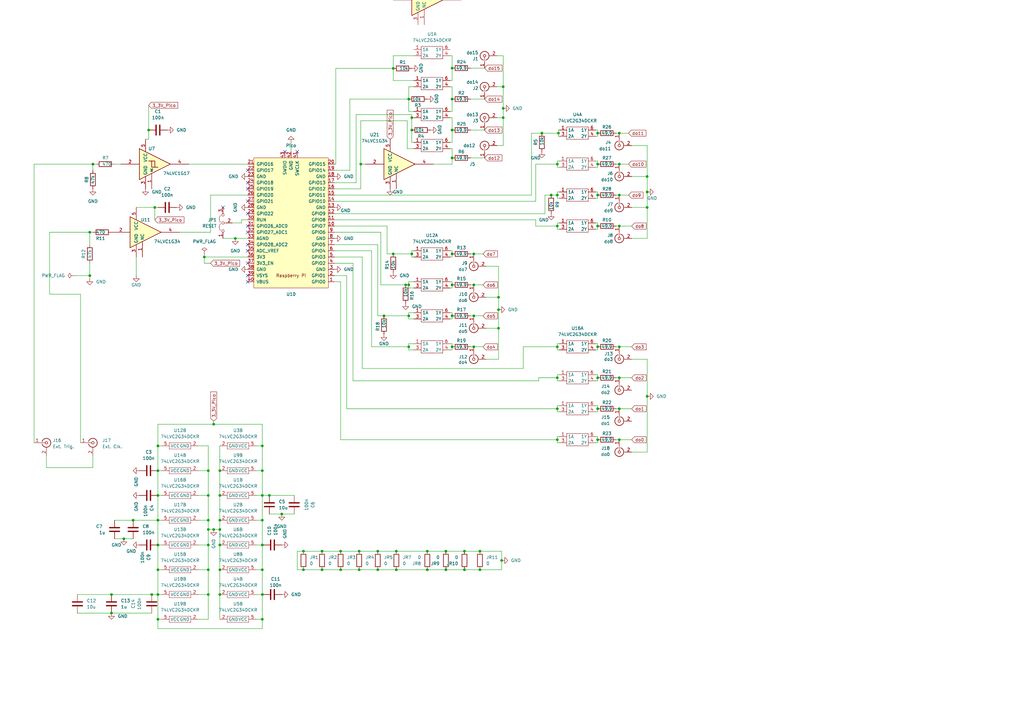
<source format=kicad_sch>
(kicad_sch (version 20230121) (generator eeschema)
  (paper "A3")
  (title_block (title "Prawn DO Breakout") (date "2024-01-19") (rev "01") (company "US Army Research Laboratory") (comment 1 "Email: david.h.meyer3.civ@army.mil") (comment 2 "Original Design By: David Meyer"))
  (junction (at 83.82 105.41))
  (junction (at 124.46 226.06))
  (junction (at 245.11 67.31))
  (junction (at 115.57 210.82))
  (junction (at 226.06 80.01))
  (junction (at 63.5 85.09))
  (junction (at 190.5 233.68))
  (junction (at 196.85 226.06))
  (junction (at 90.17 193.04))
  (junction (at 167.64 40.64))
  (junction (at 254 54.61))
  (junction (at 196.85 233.68))
  (junction (at 265.43 85.09))
  (junction (at 194.31 116.84))
  (junction (at 228.6 142.24))
  (junction (at 96.52 97.79))
  (junction (at 222.25 54.61))
  (junction (at 154.94 226.06))
  (junction (at 168.91 104.14))
  (junction (at 161.29 104.14))
  (junction (at 167.64 129.54))
  (junction (at 245.11 142.24))
  (junction (at 245.11 180.34))
  (junction (at 194.31 142.24))
  (junction (at 107.6 213.36))
  (junction (at 265.43 162.56))
  (junction (at 85.44 243.84))
  (junction (at 45.72 243.84))
  (junction (at 185.42 27.94))
  (junction (at 245.11 92.71))
  (junction (at 38.1 67.31))
  (junction (at 185.42 116.84))
  (junction (at 64.77 203.2))
  (junction (at 185.42 142.24))
  (junction (at 254 142.24))
  (junction (at 107.6 223.52))
  (junction (at 85.44 193.04))
  (junction (at 107.6 243.84))
  (junction (at 107.6 254))
  (junction (at 205.74 229.87))
  (junction (at 124.46 233.68))
  (junction (at 110.49 203.2))
  (junction (at 206.375 44.45))
  (junction (at 154.94 233.68))
  (junction (at 90.17 217.17))
  (junction (at 245.11 54.61))
  (junction (at 245.11 167.64))
  (junction (at 166.37 116.84))
  (junction (at 85.44 233.68))
  (junction (at 64.77 233.68))
  (junction (at 245.11 80.01))
  (junction (at 85.44 223.52))
  (junction (at 50.8 220.98))
  (junction (at 147.32 226.06))
  (junction (at 254 80.01))
  (junction (at 228.6 92.71))
  (junction (at 185.42 104.14))
  (junction (at 254 92.71))
  (junction (at 228.6 80.01))
  (junction (at 107.6 203.2))
  (junction (at 90.17 203.2))
  (junction (at 206.375 35.56))
  (junction (at 228.6 67.31))
  (junction (at 139.7 233.68))
  (junction (at 254 67.31))
  (junction (at 228.6 180.34))
  (junction (at 204.47 134.62))
  (junction (at 185.42 53.34))
  (junction (at 132.08 226.06))
  (junction (at 204.47 121.92))
  (junction (at 54.61 213.36))
  (junction (at 206.375 48.26))
  (junction (at 254 167.64))
  (junction (at 64.77 223.52))
  (junction (at 265.43 78.74))
  (junction (at 85.44 217.17))
  (junction (at 162.56 233.68))
  (junction (at 167.64 142.24))
  (junction (at 36.83 95.25))
  (junction (at 254 154.94))
  (junction (at 167.64 116.84))
  (junction (at 87.63 217.17))
  (junction (at 87.63 173.99))
  (junction (at 64.77 193.04))
  (junction (at 204.47 127))
  (junction (at 147.32 233.68))
  (junction (at 36.83 113.03))
  (junction (at 175.26 233.68))
  (junction (at 168.91 48.26))
  (junction (at 107.6 182.88))
  (junction (at 90.17 213.36))
  (junction (at 157.48 129.54))
  (junction (at 265.43 72.39))
  (junction (at 45.72 251.46))
  (junction (at 60.96 53.34))
  (junction (at 182.88 226.06))
  (junction (at 139.7 226.06))
  (junction (at 182.88 233.68))
  (junction (at 90.17 243.84))
  (junction (at 64.77 254))
  (junction (at 64.77 243.84))
  (junction (at 194.31 129.54))
  (junction (at 132.08 233.68))
  (junction (at 107.6 193.04))
  (junction (at 175.26 226.06))
  (junction (at 228.6 154.94))
  (junction (at 62.23 243.84))
  (junction (at 147.955 67.31))
  (junction (at 64.77 182.88))
  (junction (at 107.6 233.68))
  (junction (at 90.17 233.68))
  (junction (at 185.42 129.54))
  (junction (at 161.29 28.067))
  (junction (at 194.31 104.14))
  (junction (at 90.17 223.52))
  (junction (at 185.42 40.64))
  (junction (at 228.6 167.64))
  (junction (at 254 180.34))
  (junction (at 190.5 226.06))
  (junction (at 85.44 213.36))
  (junction (at 85.44 203.2))
  (junction (at 245.11 154.94))
  (junction (at 185.42 64.77))
  (junction (at 64.77 213.36))
  (junction (at 229.06 54.61))
  (junction (at 162.56 226.06))
  (junction (at 168.91 53.34))
  (no_connect (at 101.6 77.47))
  (no_connect (at 116.84 62.23))
  (no_connect (at 101.6 113.03))
  (no_connect (at 101.6 82.55))
  (no_connect (at 101.6 100.33))
  (no_connect (at 101.6 69.85))
  (no_connect (at 101.6 87.63))
  (no_connect (at 101.6 74.93))
  (no_connect (at 101.6 107.95))
  (no_connect (at 121.92 62.23))
  (no_connect (at 101.6 102.87))
  (no_connect (at 101.6 92.71))
  (no_connect (at 101.6 95.25))
  (no_connect (at 91.44 85.09))
  (no_connect (at 101.6 115.57))
  (wire (pts (xy 167.64 35.56) (xy 167.64 40.64)))
  (wire (pts (xy 254 80.01) (xy 257.81 80.01)))
  (wire (pts (xy 185.42 67.31) (xy 185.42 64.77)))
  (wire (pts (xy 85.44 193.04) (xy 85.44 203.2)))
  (wire (pts (xy 194.31 129.54) (xy 198.12 129.54)))
  (wire (pts (xy 64.77 193.04) (xy 64.77 203.2)))
  (wire (pts (xy 147.955 67.31) (xy 149.86 67.31)))
  (wire (pts (xy 184.61 115.57) (xy 185.42 115.57)))
  (wire (pts (xy 85.44 182.88) (xy 85.44 193.04)))
  (wire (pts (xy 254 142.24) (xy 259.08 142.24)))
  (wire (pts (xy 144.78 107.95) (xy 144.78 156.21)))
  (wire (pts (xy 229.41 91.44) (xy 228.6 91.44)))
  (wire (pts (xy 245.11 153.67) (xy 245.11 154.94)))
  (wire (pts (xy 229.41 168.91) (xy 228.6 168.91)))
  (wire (pts (xy 244.3 78.74) (xy 245.11 78.74)))
  (wire (pts (xy 154.94 226.06) (xy 162.56 226.06)))
  (wire (pts (xy 226.06 80.01) (xy 228.6 80.01)))
  (wire (pts (xy 154.94 233.68) (xy 162.56 233.68)))
  (wire (pts (xy 220.98 156.21) (xy 220.98 154.94)))
  (wire (pts (xy 110.49 203.2) (xy 120.65 203.2)))
  (wire (pts (xy 99.06 91.44) (xy 99.06 90.17)))
  (wire (pts (xy 167.64 140.97) (xy 169.72 140.97)))
  (wire (pts (xy 64.77 223.52) (xy 64.77 233.68)))
  (wire (pts (xy 154.94 233.68) (xy 147.32 233.68)))
  (wire (pts (xy 206.375 22.86) (xy 206.375 35.56)))
  (wire (pts (xy 107.6 243.84) (xy 107.95 243.84)))
  (wire (pts (xy 217.98 54.61) (xy 222.25 54.61)))
  (wire (pts (xy 64.77 233.68) (xy 64.77 243.84)))
  (wire (pts (xy 205.74 229.87) (xy 205.74 233.68)))
  (wire (pts (xy 244.3 179.07) (xy 245.11 179.07)))
  (wire (pts (xy 259.08 72.39) (xy 265.43 72.39)))
  (wire (pts (xy 245.11 180.34) (xy 245.11 181.61)))
  (wire (pts (xy 254 154.94) (xy 259.08 154.94)))
  (wire (pts (xy 85.44 213.36) (xy 85.44 217.17)))
  (wire (pts (xy 245.11 54.61) (xy 245.11 55.88)))
  (wire (pts (xy 244.3 66.04) (xy 245.11 66.04)))
  (wire (pts (xy 45.72 243.84) (xy 62.23 243.84)))
  (wire (pts (xy 252.73 167.64) (xy 254 167.64)))
  (wire (pts (xy 245.11 166.37) (xy 245.11 167.64)))
  (wire (pts (xy 222.25 54.61) (xy 229.06 54.61)))
  (wire (pts (xy 124.46 233.68) (xy 121.92 233.68)))
  (wire (pts (xy 20.32 120.65) (xy 20.32 95.25)))
  (wire (pts (xy 214.63 142.24) (xy 228.6 142.24)))
  (wire (pts (xy 184.61 105.41) (xy 185.42 105.41)))
  (wire (pts (xy 244.3 140.97) (xy 245.11 140.97)))
  (wire (pts (xy 81.28 193.04) (xy 85.44 193.04)))
  (wire (pts (xy 229.06 55.88) (xy 229.41 55.88)))
  (wire (pts (xy 64.77 203.2) (xy 64.77 213.36)))
  (wire (pts (xy 190.5 226.06) (xy 196.85 226.06)))
  (wire (pts (xy 143.51 40.64) (xy 143.51 69.85)))
  (wire (pts (xy 167.005 49.53) (xy 167.005 60.96)))
  (wire (pts (xy 86.36 95.25) (xy 86.36 80.01)))
  (wire (pts (xy 20.32 95.25) (xy 36.83 95.25)))
  (wire (pts (xy 194.31 142.24) (xy 198.12 142.24)))
  (wire (pts (xy 229.06 53.34) (xy 229.41 53.34)))
  (wire (pts (xy 199.39 134.62) (xy 204.47 134.62)))
  (wire (pts (xy 46.99 220.98) (xy 50.8 220.98)))
  (wire (pts (xy 219.71 67.31) (xy 228.6 67.31)))
  (wire (pts (xy 252.73 180.34) (xy 254 180.34)))
  (wire (pts (xy 252.73 67.31) (xy 254 67.31)))
  (wire (pts (xy 146.05 46.99) (xy 168.91 46.99)))
  (wire (pts (xy 228.6 156.21) (xy 229.41 156.21)))
  (wire (pts (xy 90.17 213.36) (xy 90.17 217.17)))
  (wire (pts (xy 203.835 22.86) (xy 206.375 22.86)))
  (wire (pts (xy 244.3 143.51) (xy 245.11 143.51)))
  (wire (pts (xy 147.32 226.06) (xy 154.94 226.06)))
  (wire (pts (xy 137.16 67.31) (xy 137.747 67.31)))
  (wire (pts (xy 107.6 193.04) (xy 107.6 203.2)))
  (wire (pts (xy 38.1 67.31) (xy 38.1 69.85)))
  (wire (pts (xy 175.26 233.68) (xy 182.88 233.68)))
  (wire (pts (xy 19.05 186.69) (xy 19.05 191.77)))
  (wire (pts (xy 161.29 22.86) (xy 169.72 22.86)))
  (wire (pts (xy 64.77 254) (xy 64.77 257.81)))
  (wire (pts (xy 46.99 213.36) (xy 54.61 213.36)))
  (wire (pts (xy 146.05 46.99) (xy 146.05 74.93)))
  (wire (pts (xy 83.82 105.41) (xy 83.82 107.95)))
  (wire (pts (xy 259.08 85.09) (xy 265.43 85.09)))
  (wire (pts (xy 193.04 27.94) (xy 198.755 27.94)))
  (wire (pts (xy 184.61 33.02) (xy 185.42 33.02)))
  (wire (pts (xy 252.73 142.24) (xy 254 142.24)))
  (wire (pts (xy 175.26 226.06) (xy 182.88 226.06)))
  (wire (pts (xy 167.64 118.11) (xy 169.72 118.11)))
  (wire (pts (xy 219.71 90.17) (xy 219.71 92.71)))
  (wire (pts (xy 81.28 182.88) (xy 85.44 182.88)))
  (wire (pts (xy 244.3 168.91) (xy 245.11 168.91)))
  (wire (pts (xy 161.29 28.067) (xy 161.29 22.86)))
  (wire (pts (xy 244.3 81.28) (xy 245.11 81.28)))
  (wire (pts (xy 121.92 233.68) (xy 121.92 226.06)))
  (wire (pts (xy 185.42 35.56) (xy 185.42 40.64)))
  (wire (pts (xy 244.3 93.98) (xy 245.11 93.98)))
  (wire (pts (xy 158.75 104.14) (xy 161.29 104.14)))
  (wire (pts (xy 81.28 223.52) (xy 85.44 223.52)))
  (wire (pts (xy 85.44 203.2) (xy 85.44 213.36)))
  (wire (pts (xy 91.44 97.79) (xy 96.52 97.79)))
  (wire (pts (xy 87.63 217.17) (xy 85.44 217.17)))
  (wire (pts (xy 90.17 203.2) (xy 90.17 213.36)))
  (wire (pts (xy 66.39 243.84) (xy 64.77 243.84)))
  (wire (pts (xy 96.52 97.79) (xy 101.6 97.79)))
  (wire (pts (xy 139.7 115.57) (xy 139.7 180.34)))
  (wire (pts (xy 137.16 69.85) (xy 143.51 69.85)))
  (wire (pts (xy 184.61 22.86) (xy 185.42 22.86)))
  (wire (pts (xy 142.24 167.64) (xy 228.6 167.64)))
  (wire (pts (xy 87.63 173.99) (xy 64.77 173.99)))
  (wire (pts (xy 33.02 120.65) (xy 20.32 120.65)))
  (wire (pts (xy 177.8 67.31) (xy 185.42 67.31)))
  (wire (pts (xy 13.97 181.61) (xy 13.97 67.31)))
  (wire (pts (xy 228.6 179.07) (xy 229.41 179.07)))
  (wire (pts (xy 228.6 80.01) (xy 228.6 78.74)))
  (wire (pts (xy 167.64 40.64) (xy 167.64 45.72)))
  (wire (pts (xy 157.48 129.54) (xy 167.64 129.54)))
  (wire (pts (xy 50.8 220.98) (xy 54.61 220.98)))
  (wire (pts (xy 107.6 203.2) (xy 107.6 213.36)))
  (wire (pts (xy 105.06 182.88) (xy 107.6 182.88)))
  (wire (pts (xy 228.6 81.28) (xy 229.41 81.28)))
  (wire (pts (xy 90.17 217.17) (xy 87.63 217.17)))
  (wire (pts (xy 167.64 129.54) (xy 167.64 130.81)))
  (wire (pts (xy 81.28 213.36) (xy 85.44 213.36)))
  (wire (pts (xy 132.08 226.06) (xy 139.7 226.06)))
  (wire (pts (xy 66.39 182.88) (xy 64.77 182.88)))
  (wire (pts (xy 167.64 143.51) (xy 169.72 143.51)))
  (wire (pts (xy 184.61 60.96) (xy 185.42 60.96)))
  (wire (pts (xy 66.39 254) (xy 64.77 254)))
  (wire (pts (xy 105.06 213.36) (xy 107.6 213.36)))
  (wire (pts (xy 184.61 130.81) (xy 185.42 130.81)))
  (wire (pts (xy 228.6 68.58) (xy 229.41 68.58)))
  (wire (pts (xy 147.955 49.53) (xy 167.005 49.53)))
  (wire (pts (xy 254 167.64) (xy 259.08 167.64)))
  (wire (pts (xy 137.16 77.47) (xy 147.955 77.47)))
  (wire (pts (xy 137.16 82.55) (xy 219.71 82.55)))
  (wire (pts (xy 66.39 203.2) (xy 64.77 203.2)))
  (wire (pts (xy 105.06 233.68) (xy 107.6 233.68)))
  (wire (pts (xy 107.6 203.2) (xy 110.49 203.2)))
  (wire (pts (xy 139.7 226.06) (xy 147.32 226.06)))
  (wire (pts (xy 196.85 226.06) (xy 205.74 226.06)))
  (wire (pts (xy 168.91 102.87) (xy 168.91 104.14)))
  (wire (pts (xy 142.24 113.03) (xy 142.24 167.64)))
  (wire (pts (xy 254 180.34) (xy 259.08 180.34)))
  (wire (pts (xy 59.69 57.15) (xy 60.96 57.15)))
  (wire (pts (xy 245.11 167.64) (xy 245.11 168.91)))
  (wire (pts (xy 36.83 95.25) (xy 36.83 100.33)))
  (wire (pts (xy 219.71 67.31) (xy 219.71 82.55)))
  (wire (pts (xy 169.72 48.26) (xy 168.91 48.26)))
  (wire (pts (xy 83.82 107.95) (xy 86.36 107.95)))
  (wire (pts (xy 168.91 46.99) (xy 168.91 48.26)))
  (wire (pts (xy 229.06 54.61) (xy 229.06 53.34)))
  (wire (pts (xy 223.52 80.01) (xy 223.52 87.63)))
  (wire (pts (xy 90.17 243.84) (xy 90.17 254)))
  (wire (pts (xy 184.61 143.51) (xy 185.42 143.51)))
  (wire (pts (xy 107.6 223.52) (xy 107.95 223.52)))
  (wire (pts (xy 254 67.31) (xy 257.81 67.31)))
  (wire (pts (xy 55.88 105.41) (xy 55.88 113.03)))
  (wire (pts (xy 245.11 142.24) (xy 245.11 143.51)))
  (wire (pts (xy 228.6 154.94) (xy 228.6 153.67)))
  (wire (pts (xy 167.64 128.27) (xy 169.72 128.27)))
  (wire (pts (xy 107.6 213.36) (xy 107.6 223.52)))
  (wire (pts (xy 196.85 233.68) (xy 205.74 233.68)))
  (wire (pts (xy 245.11 78.74) (xy 245.11 80.01)))
  (wire (pts (xy 64.77 182.88) (xy 64.77 193.04)))
  (wire (pts (xy 121.92 226.06) (xy 124.46 226.06)))
  (wire (pts (xy 95.25 91.44) (xy 99.06 91.44)))
  (wire (pts (xy 254 92.71) (xy 252.73 92.71)))
  (wire (pts (xy 185.42 128.27) (xy 185.42 129.54)))
  (wire (pts (xy 254 92.71) (xy 259.08 92.71)))
  (wire (pts (xy 185.42 116.84) (xy 185.42 118.11)))
  (wire (pts (xy 184.61 58.42) (xy 185.42 58.42)))
  (wire (pts (xy 244.3 181.61) (xy 245.11 181.61)))
  (wire (pts (xy 105.06 193.04) (xy 107.6 193.04)))
  (wire (pts (xy 228.6 167.64) (xy 228.6 168.91)))
  (wire (pts (xy 203.835 59.69) (xy 206.375 59.69)))
  (wire (pts (xy 244.3 53.34) (xy 245.11 53.34)))
  (wire (pts (xy 252.73 80.01) (xy 254 80.01)))
  (wire (pts (xy 184.61 118.11) (xy 185.42 118.11)))
  (wire (pts (xy 228.6 91.44) (xy 228.6 92.71)))
  (wire (pts (xy 166.37 116.84) (xy 167.64 116.84)))
  (wire (pts (xy 254 54.61) (xy 257.81 54.61)))
  (wire (pts (xy 137.16 95.25) (xy 156.21 95.25)))
  (wire (pts (xy 85.44 243.84) (xy 85.44 254)))
  (wire (pts (xy 161.29 33.02) (xy 169.72 33.02)))
  (wire (pts (xy 132.08 233.68) (xy 124.46 233.68)))
  (wire (pts (xy 185.42 115.57) (xy 185.42 116.84)))
  (wire (pts (xy 107.6 223.52) (xy 107.6 233.68)))
  (wire (pts (xy 148.59 151.13) (xy 214.63 151.13)))
  (wire (pts (xy 190.5 233.68) (xy 196.85 233.68)))
  (wire (pts (xy 45.72 251.46) (xy 62.23 251.46)))
  (wire (pts (xy 184.61 48.26) (xy 185.42 48.26)))
  (wire (pts (xy 193.04 116.84) (xy 194.31 116.84)))
  (wire (pts (xy 203.835 35.56) (xy 206.375 35.56)))
  (wire (pts (xy 107.6 243.84) (xy 107.6 254)))
  (wire (pts (xy 244.3 55.88) (xy 245.11 55.88)))
  (wire (pts (xy 185.42 22.86) (xy 185.42 27.94)))
  (wire (pts (xy 143.51 40.64) (xy 167.64 40.64)))
  (wire (pts (xy 182.88 226.06) (xy 190.5 226.06)))
  (wire (pts (xy 229.41 143.51) (xy 228.6 143.51)))
  (wire (pts (xy 184.61 128.27) (xy 185.42 128.27)))
  (wire (pts (xy 228.6 80.01) (xy 228.6 81.28)))
  (wire (pts (xy 105.06 223.52) (xy 107.6 223.52)))
  (wire (pts (xy 90.17 217.17) (xy 90.17 223.52)))
  (wire (pts (xy 206.375 48.26) (xy 206.375 59.69)))
  (wire (pts (xy 99.06 90.17) (xy 101.6 90.17)))
  (wire (pts (xy 137.16 92.71) (xy 158.75 92.71)))
  (wire (pts (xy 228.6 66.04) (xy 229.41 66.04)))
  (wire (pts (xy 85.44 217.17) (xy 85.44 223.52)))
  (wire (pts (xy 137.16 74.93) (xy 146.05 74.93)))
  (wire (pts (xy 252.73 54.61) (xy 254 54.61)))
  (wire (pts (xy 168.91 58.42) (xy 169.72 58.42)))
  (wire (pts (xy 83.82 104.14) (xy 83.82 105.41)))
  (wire (pts (xy 105.06 243.84) (xy 107.6 243.84)))
  (wire (pts (xy 194.31 104.14) (xy 198.12 104.14)))
  (wire (pts (xy 204.47 147.32) (xy 199.39 147.32)))
  (wire (pts (xy 31.75 243.84) (xy 45.72 243.84)))
  (wire (pts (xy 184.61 35.56) (xy 185.42 35.56)))
  (wire (pts (xy 31.75 251.46) (xy 45.72 251.46)))
  (wire (pts (xy 137.16 113.03) (xy 142.24 113.03)))
  (wire (pts (xy 220.98 154.94) (xy 228.6 154.94)))
  (wire (pts (xy 63.5 85.09) (xy 63.5 90.17)))
  (wire (pts (xy 167.64 140.97) (xy 167.64 142.24)))
  (wire (pts (xy 36.83 107.95) (xy 36.83 113.03)))
  (wire (pts (xy 168.91 48.26) (xy 168.91 53.34)))
  (wire (pts (xy 185.42 142.24) (xy 185.42 140.97)))
  (wire (pts (xy 199.39 109.22) (xy 204.47 109.22)))
  (wire (pts (xy 204.47 121.92) (xy 204.47 127)))
  (wire (pts (xy 55.88 85.09) (xy 63.5 85.09)))
  (wire (pts (xy 161.29 104.14) (xy 168.91 104.14)))
  (wire (pts (xy 185.42 104.14) (xy 185.42 105.41)))
  (wire (pts (xy 185.42 143.51) (xy 185.42 142.24)))
  (wire (pts (xy 252.73 154.94) (xy 254 154.94)))
  (wire (pts (xy 137.747 28.067) (xy 161.29 28.067)))
  (wire (pts (xy 144.78 156.21) (xy 220.98 156.21)))
  (wire (pts (xy 46.99 67.31) (xy 49.53 67.31)))
  (wire (pts (xy 63.5 85.09) (xy 64.77 85.09)))
  (wire (pts (xy 217.98 54.61) (xy 217.98 80.01)))
  (wire (pts (xy 147.955 49.53) (xy 147.955 67.31)))
  (wire (pts (xy 62.23 243.84) (xy 64.77 243.84)))
  (wire (pts (xy 137.16 80.01) (xy 217.98 80.01)))
  (wire (pts (xy 137.16 105.41) (xy 148.59 105.41)))
  (wire (pts (xy 185.42 129.54) (xy 185.42 130.81)))
  (wire (pts (xy 245.11 80.01) (xy 245.11 81.28)))
  (wire (pts (xy 66.39 193.04) (xy 64.77 193.04)))
  (wire (pts (xy 193.04 142.24) (xy 194.31 142.24)))
  (wire (pts (xy 204.47 109.22) (xy 204.47 121.92)))
  (wire (pts (xy 185.42 53.34) (xy 185.42 58.42)))
  (wire (pts (xy 185.42 102.87) (xy 185.42 104.14)))
  (wire (pts (xy 259.08 97.79) (xy 265.43 97.79)))
  (wire (pts (xy 228.6 180.34) (xy 228.6 179.07)))
  (wire (pts (xy 13.97 67.31) (xy 38.1 67.31)))
  (wire (pts (xy 152.4 102.87) (xy 152.4 142.24)))
  (wire (pts (xy 265.43 72.39) (xy 265.43 78.74)))
  (wire (pts (xy 38.1 186.69) (xy 38.1 191.77)))
  (wire (pts (xy 245.11 92.71) (xy 245.11 91.44)))
  (wire (pts (xy 30.48 113.03) (xy 36.83 113.03)))
  (wire (pts (xy 77.47 67.31) (xy 101.6 67.31)))
  (wire (pts (xy 110.49 210.82) (xy 115.57 210.82)))
  (wire (pts (xy 64.77 173.99) (xy 64.77 182.88)))
  (wire (pts (xy 38.1 67.31) (xy 39.37 67.31)))
  (wire (pts (xy 83.82 105.41) (xy 101.6 105.41)))
  (wire (pts (xy 244.3 166.37) (xy 245.11 166.37)))
  (wire (pts (xy 139.7 115.57) (xy 137.16 115.57)))
  (wire (pts (xy 139.7 180.34) (xy 228.6 180.34)))
  (wire (pts (xy 66.39 213.36) (xy 64.77 213.36)))
  (wire (pts (xy 245.11 154.94) (xy 245.11 156.21)))
  (wire (pts (xy 168.91 53.34) (xy 168.91 58.42)))
  (wire (pts (xy 154.94 129.54) (xy 157.48 129.54)))
  (wire (pts (xy 168.91 105.41) (xy 169.72 105.41)))
  (wire (pts (xy 229.41 78.74) (xy 228.6 78.74)))
  (wire (pts (xy 124.46 226.06) (xy 132.08 226.06)))
  (wire (pts (xy 193.04 129.54) (xy 194.31 129.54)))
  (wire (pts (xy 244.3 153.67) (xy 245.11 153.67)))
  (wire (pts (xy 137.16 90.17) (xy 219.71 90.17)))
  (wire (pts (xy 137.16 87.63) (xy 223.52 87.63)))
  (wire (pts (xy 205.74 226.06) (xy 205.74 229.87)))
  (wire (pts (xy 229.41 181.61) (xy 228.6 181.61)))
  (wire (pts (xy 194.31 116.84) (xy 198.12 116.84)))
  (wire (pts (xy 81.28 233.68) (xy 85.44 233.68)))
  (wire (pts (xy 60.96 43.18) (xy 60.96 53.34)))
  (wire (pts (xy 137.16 107.95) (xy 144.78 107.95)))
  (wire (pts (xy 167.64 142.24) (xy 167.64 143.51)))
  (wire (pts (xy 185.42 48.26) (xy 185.42 53.34)))
  (wire (pts (xy 193.04 64.77) (xy 198.755 64.77)))
  (wire (pts (xy 204.47 134.62) (xy 204.47 147.32)))
  (wire (pts (xy 60.96 53.34) (xy 60.96 57.15)))
  (wire (pts (xy 203.835 48.26) (xy 206.375 48.26)))
  (wire (pts (xy 228.6 143.51) (xy 228.6 142.24)))
  (wire (pts (xy 199.39 121.92) (xy 204.47 121.92)))
  (wire (pts (xy 245.11 53.34) (xy 245.11 54.61)))
  (wire (pts (xy 244.3 156.21) (xy 245.11 156.21)))
  (wire (pts (xy 156.21 116.84) (xy 166.37 116.84)))
  (wire (pts (xy 73.66 95.25) (xy 86.36 95.25)))
  (wire (pts (xy 245.11 67.31) (xy 245.11 68.58)))
  (wire (pts (xy 115.57 210.82) (xy 120.65 210.82)))
  (wire (pts (xy 228.6 154.94) (xy 228.6 156.21)))
  (wire (pts (xy 90.17 223.52) (xy 90.17 233.68)))
  (wire (pts (xy 169.72 60.96) (xy 167.005 60.96)))
  (wire (pts (xy 245.11 179.07) (xy 245.11 180.34)))
  (wire (pts (xy 245.11 140.97) (xy 245.11 142.24)))
  (wire (pts (xy 265.43 185.42) (xy 259.08 185.42)))
  (wire (pts (xy 206.375 44.45) (xy 206.375 48.26)))
  (wire (pts (xy 228.6 93.98) (xy 229.41 93.98)))
  (wire (pts (xy 119.38 62.23) (xy 119.38 58.42)))
  (wire (pts (xy 228.6 166.37) (xy 229.41 166.37)))
  (wire (pts (xy 33.02 181.61) (xy 33.02 120.65)))
  (wire (pts (xy 86.36 80.01) (xy 101.6 80.01)))
  (wire (pts (xy 66.39 223.52) (xy 64.77 223.52)))
  (wire (pts (xy 228.6 166.37) (xy 228.6 167.64)))
  (wire (pts (xy 107.6 173.99) (xy 107.6 182.88)))
  (wire (pts (xy 244.3 91.44) (xy 245.11 91.44)))
  (wire (pts (xy 223.52 80.01) (xy 226.06 80.01)))
  (wire (pts (xy 81.28 254) (xy 85.44 254)))
  (wire (pts (xy 185.42 64.77) (xy 185.42 60.96)))
  (wire (pts (xy 182.88 233.68) (xy 190.5 233.68)))
  (wire (pts (xy 184.61 140.97) (xy 185.42 140.97)))
  (wire (pts (xy 265.43 147.32) (xy 265.43 162.56)))
  (wire (pts (xy 259.08 59.69) (xy 265.43 59.69)))
  (wire (pts (xy 147.32 233.68) (xy 139.7 233.68)))
  (wire (pts (xy 158.75 92.71) (xy 158.75 104.14)))
  (wire (pts (xy 81.28 203.2) (xy 85.44 203.2)))
  (wire (pts (xy 107.6 173.99) (xy 87.63 173.99)))
  (wire (pts (xy 167.64 129.54) (xy 167.64 128.27)))
  (wire (pts (xy 168.91 104.14) (xy 168.91 105.41)))
  (wire (pts (xy 152.4 142.24) (xy 167.64 142.24)))
  (wire (pts (xy 259.08 147.32) (xy 265.43 147.32)))
  (wire (pts (xy 184.61 102.87) (xy 185.42 102.87)))
  (wire (pts (xy 265.43 85.09) (xy 265.43 97.79)))
  (wire (pts (xy 85.44 223.52) (xy 85.44 233.68)))
  (wire (pts (xy 229.06 55.88) (xy 229.06 54.61)))
  (wire (pts (xy 107.6 254) (xy 107.6 257.81)))
  (wire (pts (xy 265.43 78.74) (xy 265.43 85.09)))
  (wire (pts (xy 107.6 233.68) (xy 107.6 243.84)))
  (wire (pts (xy 167.64 45.72) (xy 169.72 45.72)))
  (wire (pts (xy 87.63 172.72) (xy 87.63 173.99)))
  (wire (pts (xy 64.77 257.81) (xy 107.6 257.81)))
  (wire (pts (xy 162.56 226.06) (xy 175.26 226.06)))
  (wire (pts (xy 169.72 102.87) (xy 168.91 102.87)))
  (wire (pts (xy 54.61 213.36) (xy 64.77 213.36)))
  (wire (pts (xy 204.47 127) (xy 204.47 134.62)))
  (wire (pts (xy 167.64 115.57) (xy 167.64 116.84)))
  (wire (pts (xy 161.29 33.02) (xy 161.29 28.067)))
  (wire (pts (xy 245.11 66.04) (xy 245.11 67.31)))
  (wire (pts (xy 105.06 254) (xy 107.6 254)))
  (wire (pts (xy 193.04 104.14) (xy 194.31 104.14)))
  (wire (pts (xy 167.64 115.57) (xy 169.72 115.57)))
  (wire (pts (xy 265.43 59.69) (xy 265.43 72.39)))
  (wire (pts (xy 64.77 213.36) (xy 64.77 223.52)))
  (wire (pts (xy 167.64 116.84) (xy 167.64 118.11)))
  (wire (pts (xy 81.28 243.84) (xy 85.44 243.84)))
  (wire (pts (xy 105.06 203.2) (xy 107.6 203.2)))
  (wire (pts (xy 154.94 100.33) (xy 154.94 129.54)))
  (wire (pts (xy 245.11 93.98) (xy 245.11 92.71)))
  (wire (pts (xy 228.6 140.97) (xy 229.41 140.97)))
  (wire (pts (xy 228.6 142.24) (xy 228.6 140.97)))
  (wire (pts (xy 36.83 113.03) (xy 36.83 114.3)))
  (wire (pts (xy 167.64 35.56) (xy 169.72 35.56)))
  (wire (pts (xy 228.6 92.71) (xy 228.6 93.98)))
  (wire (pts (xy 137.747 28.067) (xy 137.747 67.31)))
  (wire (pts (xy 228.6 181.61) (xy 228.6 180.34)))
  (wire (pts (xy 66.39 233.68) (xy 64.77 233.68)))
  (wire (pts (xy 244.3 68.58) (xy 245.11 68.58)))
  (wire (pts (xy 193.04 53.34) (xy 198.755 53.34)))
  (wire (pts (xy 167.64 130.81) (xy 169.72 130.81)))
  (wire (pts (xy 85.44 233.68) (xy 85.44 243.84)))
  (wire (pts (xy 90.17 233.68) (xy 90.17 243.84)))
  (wire (pts (xy 185.42 27.94) (xy 185.42 33.02)))
  (wire (pts (xy 139.7 233.68) (xy 132.08 233.68)))
  (wire (pts (xy 184.61 45.72) (xy 185.42 45.72)))
  (wire (pts (xy 265.43 162.56) (xy 265.43 185.42)))
  (wire (pts (xy 228.6 67.31) (xy 228.6 68.58)))
  (wire (pts (xy 148.59 105.41) (xy 148.59 151.13)))
  (wire (pts (xy 90.17 182.88) (xy 90.17 193.04)))
  (wire (pts (xy 19.05 191.77) (xy 38.1 191.77)))
  (wire (pts (xy 90.17 193.04) (xy 90.17 203.2)))
  (wire (pts (xy 185.42 40.64) (xy 185.42 45.72)))
  (wire (pts (xy 137.16 102.87) (xy 152.4 102.87)))
  (wire (pts (xy 228.6 153.67) (xy 229.41 153.67)))
  (wire (pts (xy 162.56 233.68) (xy 175.26 233.68)))
  (wire (pts (xy 137.16 100.33) (xy 154.94 100.33)))
  (wire (pts (xy 107.6 182.88) (xy 107.6 193.04)))
  (wire (pts (xy 156.21 95.25) (xy 156.21 116.84)))
  (wire (pts (xy 206.375 35.56) (xy 206.375 44.45)))
  (wire (pts (xy 64.77 243.84) (xy 64.77 254)))
  (wire (pts (xy 147.955 67.31) (xy 147.955 77.47)))
  (wire (pts (xy 228.6 67.31) (xy 228.6 66.04)))
  (wire (pts (xy 219.71 92.71) (xy 228.6 92.71)))
  (wire (pts (xy 36.83 95.25) (xy 38.1 95.25)))
  (wire (pts (xy 214.63 151.13) (xy 214.63 142.24)))
  (wire (pts (xy 193.04 40.64) (xy 198.755 40.64)))
  (global_label "do13" (shape input) (at 198.755 53.34 0) (property "Intersheetrefs" "${INTERSHEET_REFS}" (effects hide)))
  (global_label "3_3V_Pico" (shape input) (at 60.96 43.18 0) (property "Intersheetrefs" "${INTERSHEET_REFS}" (effects hide)))
  (global_label "do4" (shape input) (at 198.12 142.24 0) (property "Intersheetrefs" "${INTERSHEET_REFS}" (effects hide)))
  (global_label "do12" (shape input) (at 198.755 64.77 0) (property "Intersheetrefs" "${INTERSHEET_REFS}" (effects hide)))
  (global_label "do15" (shape input) (at 198.755 27.94 0) (property "Intersheetrefs" "${INTERSHEET_REFS}" (effects hide)))
  (global_label "do2" (shape input) (at 259.08 154.94 0) (property "Intersheetrefs" "${INTERSHEET_REFS}" (effects hide)))
  (global_label "do3" (shape input) (at 259.08 142.24 0) (property "Intersheetrefs" "${INTERSHEET_REFS}" (effects hide)))
  (global_label "3_3V_Pico" (shape input) (at 86.36 107.95 0) (property "Intersheetrefs" "${INTERSHEET_REFS}" (effects hide)))
  (global_label "do7" (shape input) (at 198.12 104.14 0) (property "Intersheetrefs" "${INTERSHEET_REFS}" (effects hide)))
  (global_label "do9" (shape input) (at 257.81 80.01 0) (property "Intersheetrefs" "${INTERSHEET_REFS}" (effects hide)))
  (global_label "3_3V_Pico" (shape input) (at 160.02 57.15 90) (property "Intersheetrefs" "${INTERSHEET_REFS}" (effects hide)))
  (global_label "do5" (shape input) (at 198.12 129.54 0) (property "Intersheetrefs" "${INTERSHEET_REFS}" (effects hide)))
  (global_label "do0" (shape input) (at 259.08 180.34 0) (property "Intersheetrefs" "${INTERSHEET_REFS}" (effects hide)))
  (global_label "3_3V_Pico" (shape input) (at 87.63 172.72 90) (property "Intersheetrefs" "${INTERSHEET_REFS}" (effects hide)))
  (global_label "do10" (shape input) (at 257.81 67.31 0) (property "Intersheetrefs" "${INTERSHEET_REFS}" (effects hide)))
  (global_label "3_3V_Pico" (shape input) (at 63.5 90.17 0) (property "Intersheetrefs" "${INTERSHEET_REFS}" (effects hide)))
  (global_label "do14" (shape input) (at 198.755 40.64 0) (property "Intersheetrefs" "${INTERSHEET_REFS}" (effects hide)))
  (global_label "do8" (shape input) (at 259.08 92.71 0) (property "Intersheetrefs" "${INTERSHEET_REFS}" (effects hide)))
  (global_label "do1" (shape input) (at 259.08 167.64 0) (property "Intersheetrefs" "${INTERSHEET_REFS}" (effects hide)))
  (global_label "do6" (shape input) (at 198.12 116.84 0) (property "Intersheetrefs" "${INTERSHEET_REFS}" (effects hide)))
  (global_label "do11" (shape input) (at 257.81 54.61 0) (property "Intersheetrefs" "${INTERSHEET_REFS}" (effects hide)))
  (symbol (lib_id "Connector:Conn_Coaxial") (at 38.1 181.61 0) (unit 1)
    (property "Reference" "J17" (at 41.91 180.6332 0) (effects (justify left)))
    (property "Value" "Ext. Clk." (at 41.91 183.1732 0) (effects (justify left)))
    (property "Footprint" "Connector_Coaxial:SMA_Amphenol_132289_EdgeMount" (effects hide))
    (property "Datasheet" " ~" (effects hide))
  )
  (symbol (lib_id "Device:C") (at 54.61 217.17 0) (unit 1)
    (property "Reference" "C8" (at 58.42 215.9 0) (effects (justify left)))
    (property "Value" "100n" (at 58.42 218.44 0) (effects (justify left)))
    (property "Footprint" "Capacitor_SMD:C_0805_2012Metric_Pad1.18x1.45mm_HandSolder" (effects hide))
  )
  (symbol (lib_id "Device:R") (at 38.1 73.66 180) (unit 1)
    (property "Reference" "R8" (at 35.56 73.66 90))
    (property "Value" "47k" (at 38.1 73.66 90))
    (property "Footprint" "Resistor_SMD:R_1206_3216Metric_Pad1.30x1.75mm_HandSolder" (effects hide))
  )
  (symbol (lib_id "Connector:Conn_Coaxial") (at 254 172.72 90) (mirror x) (unit 1)
    (property "Reference" "J15" (at 250.19 171.1325 90) (effects (justify left)))
    (property "Value" "do1" (at 250.19 173.6725 90) (effects (justify left)))
    (property "Footprint" "Connector_Coaxial:SMA_Amphenol_132289_EdgeMount" (effects hide))
    (property "Datasheet" " ~" (effects hide))
  )
  (symbol (lib_id "74LVC2G34DCKR:74LVC2G34DCKR__-Split") (at 177.8 41.91 0) (unit 1)
    (property "Reference" "U3" (effects hide))
    (property "Value" "74LVC2G34DCKR" (effects hide))
    (property "Footprint" "Package_TO_SOT_SMD:SOT-23-6_Handsoldering" (effects hide))
    (property "Datasheet" "https://www.ti.com/lit/ds/symlink/sn74lvc2g34.pdf?HQS=dis-dk-null-digikeymode-dsf-pf-null-wwe&ts=1710505017902&ref_url=https%253A%252F%252Fwww.ti.com%252Fgeneral%252Fdocs%252Fsuppproductinfo.tsp%253FdistId%253D10%2526gotoUrl%253Dhttps%253A%252F%252Fwww.ti.com%252Flit%252Fgpn%252Fsn74lvc2g34" (effects hide))
  )
  (symbol (lib_id "power:GND") (at 96.52 97.79 0) (unit 1)
    (property "Reference" "#PWR037" (effects hide))
    (property "Value" "GND" (at 96.52 102.87 0))
  )
  (symbol (lib_id "Device:R") (at 182.88 229.87 180) (unit 1)
    (property "Reference" "JR9" (at 180.34 231.14 0) (effects (justify left)))
    (property "Value" "0" (at 180.34 228.6 0) (effects (justify left)))
    (property "Footprint" "Resistor_SMD:R_2010_5025Metric_Pad1.40x2.65mm_HandSolder" (effects hide))
  )
  (symbol (lib_id "power:GND") (at 101.6 85.09 270) (unit 1)
    (property "Reference" "#PWR014" (effects hide))
    (property "Value" "GND" (at 96.52 85.09 0))
  )
  (symbol (lib_id "power:GND") (at 57.15 203.2 270) (unit 1)
    (property "Reference" "#PWR028" (effects hide))
    (property "Value" "GND" (at 55.88 205.74 0) (effects (justify left)))
  )
  (symbol (lib_id "Connector:Conn_Coaxial") (at 198.755 35.56 90) (unit 1)
    (property "Reference" "J2" (at 196.215 36.195 90) (effects (justify left)))
    (property "Value" "do14" (at 196.215 33.655 90) (effects (justify left)))
    (property "Footprint" "Connector_Coaxial:SMA_Amphenol_132289_EdgeMount" (effects hide))
    (property "Datasheet" " ~" (effects hide))
  )
  (symbol (lib_id "Device:R") (at 189.23 64.77 90) (unit 1)
    (property "Reference" "R6" (at 189.23 62.23 90))
    (property "Value" "49.9" (at 189.23 64.77 90))
    (property "Footprint" "Resistor_SMD:R_1206_3216Metric_Pad1.30x1.75mm_HandSolder" (effects hide))
  )
  (symbol (lib_id "74LVC2G34DCKR:74LVC2G34DCKR__-Split") (at 73.66 208.28 0) (mirror y) (unit 2)
    (property "Reference" "U17" (at 73.835 207.01 0))
    (property "Value" "74LVC2G34DCKR" (at 73.835 209.55 0))
    (property "Footprint" "Package_TO_SOT_SMD:SOT-23-6_Handsoldering" (effects hide))
    (property "Datasheet" "https://www.ti.com/lit/ds/symlink/sn74lvc2g34.pdf?HQS=dis-dk-null-digikeymode-dsf-pf-null-wwe&ts=1710505017902&ref_url=https%253A%252F%252Fwww.ti.com%252Fgeneral%252Fdocs%252Fsuppproductinfo.tsp%253FdistId%253D10%2526gotoUrl%253Dhttps%253A%252F%252Fwww.ti.com%252Flit%252Fgpn%252Fsn74lvc2g34" (effects hide))
  )
  (symbol (lib_id "power:GND") (at 57.15 193.04 270) (unit 1)
    (property "Reference" "#PWR027" (effects hide))
    (property "Value" "GND" (at 55.88 195.58 0) (effects (justify left)))
  )
  (symbol (lib_id "power:GND") (at 204.47 127 90) (unit 1)
    (property "Reference" "#PWR024" (effects hide))
    (property "Value" "GND" (at 208.28 127 90) (effects (justify right)))
  )
  (symbol (lib_id "Connector:Conn_Coaxial") (at 254 85.09 90) (mirror x) (unit 1)
    (property "Reference" "J7" (at 251.46 83.82 90) (effects (justify left)))
    (property "Value" "do9" (at 251.46 86.36 90) (effects (justify left)))
    (property "Footprint" "Connector_Coaxial:SMA_Amphenol_132289_EdgeMount" (effects hide))
    (property "Datasheet" " ~" (effects hide))
  )
  (symbol (lib_id "Device:R") (at 43.18 67.31 90) (unit 1)
    (property "Reference" "R7" (at 41.91 64.77 90) (effects (justify right)))
    (property "Value" "470" (at 41.91 67.31 90) (effects (justify right)))
    (property "Footprint" "Resistor_SMD:R_1206_3216Metric_Pad1.30x1.75mm_HandSolder" (effects hide))
  )
  (symbol (lib_id "Connector:Conn_Coaxial") (at 198.755 48.26 90) (unit 1)
    (property "Reference" "J3" (at 196.215 49.53 90) (effects (justify left)))
    (property "Value" "do13" (at 196.215 46.99 90) (effects (justify left)))
    (property "Footprint" "Connector_Coaxial:SMA_Amphenol_132289_EdgeMount" (effects hide))
    (property "Datasheet" " ~" (effects hide))
  )
  (symbol (lib_id "74LVC2G34DCKR:74LVC2G34DCKR__-Split") (at 177.8 99.06 0) (unit 1)
    (property "Reference" "U12" (at 177.165 96.52 0))
    (property "Value" "74LVC2G34DCKR" (at 177.165 99.06 0))
    (property "Footprint" "Package_TO_SOT_SMD:SOT-23-6_Handsoldering" (effects hide))
    (property "Datasheet" "https://www.ti.com/lit/ds/symlink/sn74lvc2g34.pdf?HQS=dis-dk-null-digikeymode-dsf-pf-null-wwe&ts=1710505017902&ref_url=https%253A%252F%252Fwww.ti.com%252Fgeneral%252Fdocs%252Fsuppproductinfo.tsp%253FdistId%253D10%2526gotoUrl%253Dhttps%253A%252F%252Fwww.ti.com%252Flit%252Fgpn%252Fsn74lvc2g34" (effects hide))
  )
  (symbol (lib_id "74LVC2G34DCKR:74LVC2G34DCKR__-Split") (at 73.66 248.92 0) (mirror y) (unit 2)
    (property "Reference" "U19" (at 73.835 247.65 0))
    (property "Value" "74LVC2G34DCKR" (at 73.835 250.19 0))
    (property "Footprint" "Package_TO_SOT_SMD:SOT-23-6_Handsoldering" (effects hide))
    (property "Datasheet" "https://www.ti.com/lit/ds/symlink/sn74lvc2g34.pdf?HQS=dis-dk-null-digikeymode-dsf-pf-null-wwe&ts=1710505017902&ref_url=https%253A%252F%252Fwww.ti.com%252Fgeneral%252Fdocs%252Fsuppproductinfo.tsp%253FdistId%253D10%2526gotoUrl%253Dhttps%253A%252F%252Fwww.ti.com%252Flit%252Fgpn%252Fsn74lvc2g34" (effects hide))
  )
  (symbol (lib_id "74LVC2G34DCKR:74LVC2G34DCKR__-Split") (at 177.8 16.51 0) (unit 1)
    (property "Reference" "U1" (at 177.165 13.97 0))
    (property "Value" "74LVC2G34DCKR" (at 177.165 16.51 0))
    (property "Footprint" "Package_TO_SOT_SMD:SOT-23-6_Handsoldering" (effects hide))
    (property "Datasheet" "https://www.ti.com/lit/ds/symlink/sn74lvc2g34.pdf?HQS=dis-dk-null-digikeymode-dsf-pf-null-wwe&ts=1710505017902&ref_url=https%253A%252F%252Fwww.ti.com%252Fgeneral%252Fdocs%252Fsuppproductinfo.tsp%253FdistId%253D10%2526gotoUrl%253Dhttps%253A%252F%252Fwww.ti.com%252Flit%252Fgpn%252Fsn74lvc2g34" (effects hide))
  )
  (symbol (lib_id "74LVC2G34DCKR:74LVC2G34DCKR__-Split") (at 237.49 87.63 0) (unit 1)
    (property "Reference" "U9" (effects hide))
    (property "Value" "74LVC2G34DCKR" (effects hide))
    (property "Footprint" "Package_TO_SOT_SMD:SOT-23-6_Handsoldering" (effects hide))
    (property "Datasheet" "https://www.ti.com/lit/ds/symlink/sn74lvc2g34.pdf?HQS=dis-dk-null-digikeymode-dsf-pf-null-wwe&ts=1710505017902&ref_url=https%253A%252F%252Fwww.ti.com%252Fgeneral%252Fdocs%252Fsuppproductinfo.tsp%253FdistId%253D10%2526gotoUrl%253Dhttps%253A%252F%252Fwww.ti.com%252Flit%252Fgpn%252Fsn74lvc2g34" (effects hide))
  )
  (symbol (lib_id "power:GND") (at 137.16 97.79 90) (unit 1)
    (property "Reference" "#PWR017" (effects hide))
    (property "Value" "GND" (at 140.97 97.79 90) (effects (justify right)))
  )
  (symbol (lib_id "Device:R") (at 132.08 229.87 0) (unit 1)
    (property "Reference" "JR2" (at 134.62 228.6 0) (effects (justify left)))
    (property "Value" "0" (at 134.62 231.14 0) (effects (justify left)))
    (property "Footprint" "Resistor_SMD:R_2010_5025Metric_Pad1.40x2.65mm_HandSolder" (effects hide))
  )
  (symbol (lib_id "Device:R") (at 189.23 142.24 90) (unit 1)
    (property "Reference" "R19" (at 189.23 139.7 90))
    (property "Value" "49.9" (at 189.23 142.24 90))
    (property "Footprint" "Resistor_SMD:R_1206_3216Metric_Pad1.30x1.75mm_HandSolder" (effects hide))
  )
  (symbol (lib_id "Device:R") (at 248.92 92.71 90) (unit 1)
    (property "Reference" "R10" (at 248.92 90.17 90))
    (property "Value" "49.9" (at 248.92 92.71 90))
    (property "Footprint" "Resistor_SMD:R_1206_3216Metric_Pad1.30x1.75mm_HandSolder" (effects hide))
  )
  (symbol (lib_id "74LVC2G34DCKR:74LVC2G34DCKR__-Split") (at 237.49 175.26 0) (unit 1)
    (property "Reference" "U19" (effects hide))
    (property "Value" "74LVC2G34DCKR" (effects hide))
    (property "Footprint" "Package_TO_SOT_SMD:SOT-23-6_Handsoldering" (effects hide))
    (property "Datasheet" "https://www.ti.com/lit/ds/symlink/sn74lvc2g34.pdf?HQS=dis-dk-null-digikeymode-dsf-pf-null-wwe&ts=1710505017902&ref_url=https%253A%252F%252Fwww.ti.com%252Fgeneral%252Fdocs%252Fsuppproductinfo.tsp%253FdistId%253D10%2526gotoUrl%253Dhttps%253A%252F%252Fwww.ti.com%252Flit%252Fgpn%252Fsn74lvc2g34" (effects hide))
  )
  (symbol (lib_id "power:PWR_FLAG") (at 83.82 104.14 0) (unit 1)
    (property "Reference" "#FLG01" (effects hide))
    (property "Value" "PWR_FLAG" (at 83.82 99.06 0))
  )
  (symbol (lib_id "Device:R") (at 157.48 133.35 0) (unit 1)
    (property "Reference" "R18" (at 154.94 135.89 90) (effects (justify left)))
    (property "Value" "10k" (at 157.48 134.62 90) (effects (justify left)))
    (property "Footprint" "Resistor_SMD:R_0805_2012Metric_Pad1.20x1.40mm_HandSolder" (effects hide))
  )
  (symbol (lib_id "Device:R") (at 248.92 167.64 90) (unit 1)
    (property "Reference" "R22" (at 248.92 165.1 90))
    (property "Value" "49.9" (at 248.92 167.64 90))
    (property "Footprint" "Resistor_SMD:R_1206_3216Metric_Pad1.30x1.75mm_HandSolder" (effects hide))
  )
  (symbol (lib_id "power:GND") (at 222.25 62.23 0) (unit 1)
    (property "Reference" "#PWR07" (effects hide))
    (property "Value" "GND" (at 219.71 64.77 0))
  )
  (symbol (lib_id "power:PWR_FLAG") (at 30.48 113.03 90) (unit 1)
    (property "Reference" "#FLG02" (effects hide))
    (property "Value" "PWR_FLAG" (at 26.67 113.03 90) (effects (justify left)))
  )
  (symbol (lib_id "Device:C") (at 111.76 243.84 90) (unit 1)
    (property "Reference" "C11" (at 113.03 237.49 90))
    (property "Value" "100n" (at 113.03 240.03 90))
    (property "Footprint" "Capacitor_SMD:C_0805_2012Metric_Pad1.18x1.45mm_HandSolder" (effects hide))
  )
  (symbol (lib_id "74LVC2G34DCKR:74LVC2G34DCKR__-Split") (at 237.49 74.93 0) (unit 1)
    (property "Reference" "U8" (effects hide))
    (property "Value" "74LVC2G34DCKR" (effects hide))
    (property "Footprint" "Package_TO_SOT_SMD:SOT-23-6_Handsoldering" (effects hide))
    (property "Datasheet" "https://www.ti.com/lit/ds/symlink/sn74lvc2g34.pdf?HQS=dis-dk-null-digikeymode-dsf-pf-null-wwe&ts=1710505017902&ref_url=https%253A%252F%252Fwww.ti.com%252Fgeneral%252Fdocs%252Fsuppproductinfo.tsp%253FdistId%253D10%2526gotoUrl%253Dhttps%253A%252F%252Fwww.ti.com%252Flit%252Fgpn%252Fsn74lvc2g34" (effects hide))
  )
  (symbol (lib_id "power:GND") (at 87.63 217.17 0) (unit 1)
    (property "Reference" "#PWR030" (effects hide))
    (property "Value" "GND" (at 87.63 220.98 90) (effects (justify right)))
  )
  (symbol (lib_id "power:GND") (at 101.6 110.49 270) (unit 1)
    (property "Reference" "#PWR018" (effects hide))
    (property "Value" "GND" (at 97.79 110.49 90) (effects (justify right)))
  )
  (symbol (lib_id "power:GND") (at 59.69 77.47 0) (unit 1)
    (property "Reference" "#PWR011" (effects hide))
    (property "Value" "GND" (at 62.23 78.74 0) (effects (justify left)))
  )
  (symbol (lib_id "Device:C") (at 62.23 247.65 180) (unit 1)
    (property "Reference" "C14" (at 54.61 247.65 90))
    (property "Value" "100n" (at 57.15 247.65 90))
    (property "Footprint" "Capacitor_SMD:C_0805_2012Metric_Pad1.18x1.45mm_HandSolder" (effects hide))
  )
  (symbol (lib_id "Device:C") (at 110.49 207.01 0) (unit 1)
    (property "Reference" "C5" (at 114.3 205.74 0) (effects (justify left)))
    (property "Value" "10u" (at 114.3 208.28 0) (effects (justify left)))
    (property "Footprint" "Capacitor_SMD:C_0805_2012Metric_Pad1.18x1.45mm_HandSolder" (effects hide))
  )
  (symbol (lib_id "power:GND") (at 161.29 111.76 0) (unit 1)
    (property "Reference" "#PWR020" (effects hide))
    (property "Value" "GND" (at 163.83 113.03 0) (effects (justify left)))
  )
  (symbol (lib_id "74LVC2G34DCKR:74LVC2G34DCKR__-Split") (at 97.79 228.6 0) (unit 2)
    (property "Reference" "U8" (at 97.615 227.33 0))
    (property "Value" "74LVC2G34DCKR" (at 97.615 229.87 0))
    (property "Footprint" "Package_TO_SOT_SMD:SOT-23-6_Handsoldering" (effects hide))
    (property "Datasheet" "https://www.ti.com/lit/ds/symlink/sn74lvc2g34.pdf?HQS=dis-dk-null-digikeymode-dsf-pf-null-wwe&ts=1710505017902&ref_url=https%253A%252F%252Fwww.ti.com%252Fgeneral%252Fdocs%252Fsuppproductinfo.tsp%253FdistId%253D10%2526gotoUrl%253Dhttps%253A%252F%252Fwww.ti.com%252Flit%252Fgpn%252Fsn74lvc2g34" (effects hide))
  )
  (symbol (lib_id "Device:R") (at 41.91 95.25 270) (unit 1)
    (property "Reference" "R11" (at 43.18 97.79 90) (effects (justify right)))
    (property "Value" "470" (at 43.18 95.25 90) (effects (justify right)))
    (property "Footprint" "Resistor_SMD:R_1206_3216Metric_Pad1.30x1.75mm_HandSolder" (effects hide))
  )
  (symbol (lib_id "Connector:Conn_Coaxial") (at 254 59.69 90) (mirror x) (unit 1)
    (property "Reference" "J4" (at 250.65 58.42 90) (effects (justify left)))
    (property "Value" "do11" (at 250.65 60.96 90) (effects (justify left)))
    (property "Footprint" "Connector_Coaxial:SMA_Amphenol_132289_EdgeMount" (effects hide))
    (property "Datasheet" " ~" (effects hide))
  )
  (symbol (lib_id "Device:C") (at 120.65 207.01 0) (unit 1)
    (property "Reference" "C6" (at 128.27 207.01 90))
    (property "Value" "100n" (at 125.73 207.01 90))
    (property "Footprint" "Capacitor_SMD:C_0805_2012Metric_Pad1.18x1.45mm_HandSolder" (effects hide))
  )
  (symbol (lib_id "Device:R") (at 147.32 229.87 0) (unit 1)
    (property "Reference" "JR4" (at 149.86 228.6 0) (effects (justify left)))
    (property "Value" "0" (at 149.86 231.14 0) (effects (justify left)))
    (property "Footprint" "Resistor_SMD:R_2010_5025Metric_Pad1.40x2.65mm_HandSolder" (effects hide))
  )
  (symbol (lib_id "Device:C") (at 68.58 85.09 270) (unit 1)
    (property "Reference" "C2" (at 68.58 77.47 90))
    (property "Value" "100n" (at 68.58 80.01 90))
    (property "Footprint" "Capacitor_SMD:C_0805_2012Metric_Pad1.18x1.45mm_HandSolder" (effects hide))
  )
  (symbol (lib_id "74LVC2G34DCKR:74LVC2G34DCKR__-Split") (at 73.66 187.96 0) (mirror y) (unit 2)
    (property "Reference" "U14" (at 73.835 186.69 0))
    (property "Value" "74LVC2G34DCKR" (at 73.835 189.23 0))
    (property "Footprint" "Package_TO_SOT_SMD:SOT-23-6_Handsoldering" (effects hide))
    (property "Datasheet" "https://www.ti.com/lit/ds/symlink/sn74lvc2g34.pdf?HQS=dis-dk-null-digikeymode-dsf-pf-null-wwe&ts=1710505017902&ref_url=https%253A%252F%252Fwww.ti.com%252Fgeneral%252Fdocs%252Fsuppproductinfo.tsp%253FdistId%253D10%2526gotoUrl%253Dhttps%253A%252F%252Fwww.ti.com%252Flit%252Fgpn%252Fsn74lvc2g34" (effects hide))
  )
  (symbol (lib_id "power:GND") (at 175.26 40.64 90) (unit 1)
    (property "Reference" "#PWR02" (effects hide))
    (property "Value" "GND" (at 179.07 42.545 0) (effects (justify left)))
  )
  (symbol (lib_id "Device:R") (at 248.92 180.34 90) (unit 1)
    (property "Reference" "R23" (at 248.92 177.8 90))
    (property "Value" "49.9" (at 248.92 180.34 90))
    (property "Footprint" "Resistor_SMD:R_1206_3216Metric_Pad1.30x1.75mm_HandSolder" (effects hide))
  )
  (symbol (lib_id "power:GND") (at 119.38 58.42 180) (unit 1)
    (property "Reference" "#PWR06" (effects hide))
    (property "Value" "GND" (at 119.38 53.34 0))
  )
  (symbol (lib_id "74LVC2G34DCKR:74LVC2G34DCKR__-Split") (at 177.8 54.61 0) (unit 1)
    (property "Reference" "U5" (effects hide))
    (property "Value" "74LVC2G34DCKR" (effects hide))
    (property "Footprint" "Package_TO_SOT_SMD:SOT-23-6_Handsoldering" (effects hide))
    (property "Datasheet" "https://www.ti.com/lit/ds/symlink/sn74lvc2g34.pdf?HQS=dis-dk-null-digikeymode-dsf-pf-null-wwe&ts=1710505017902&ref_url=https%253A%252F%252Fwww.ti.com%252Fgeneral%252Fdocs%252Fsuppproductinfo.tsp%253FdistId%253D10%2526gotoUrl%253Dhttps%253A%252F%252Fwww.ti.com%252Flit%252Fgpn%252Fsn74lvc2g34" (effects hide))
  )
  (symbol (lib_id "Device:R") (at 196.85 229.87 0) (unit 1)
    (property "Reference" "JR11" (at 199.39 228.6 0) (effects (justify left)))
    (property "Value" "0" (at 199.39 231.14 0) (effects (justify left)))
    (property "Footprint" "Resistor_SMD:R_2010_5025Metric_Pad1.40x2.65mm_HandSolder" (effects hide))
  )
  (symbol (lib_id "power:GND") (at 265.43 162.56 90) (unit 1)
    (property "Reference" "#PWR026" (effects hide))
    (property "Value" "GND" (at 269.24 162.56 90) (effects (justify right)))
  )
  (symbol (lib_id "Device:R") (at 189.23 104.14 90) (unit 1)
    (property "Reference" "R13" (at 189.23 101.6 90))
    (property "Value" "49.9" (at 189.23 104.14 90))
    (property "Footprint" "Resistor_SMD:R_1206_3216Metric_Pad1.30x1.75mm_HandSolder" (effects hide))
  )
  (symbol (lib_id "74LVC2G34DCKR:74LVC2G34DCKR__-Split") (at 177.8 29.21 0) (unit 1)
    (property "Reference" "U2" (effects hide))
    (property "Value" "74LVC2G34DCKR" (effects hide))
    (property "Footprint" "Package_TO_SOT_SMD:SOT-23-6_Handsoldering" (effects hide))
    (property "Datasheet" "https://www.ti.com/lit/ds/symlink/sn74lvc2g34.pdf?HQS=dis-dk-null-digikeymode-dsf-pf-null-wwe&ts=1710505017902&ref_url=https%253A%252F%252Fwww.ti.com%252Fgeneral%252Fdocs%252Fsuppproductinfo.tsp%253FdistId%253D10%2526gotoUrl%253Dhttps%253A%252F%252Fwww.ti.com%252Flit%252Fgpn%252Fsn74lvc2g34" (effects hide))
  )
  (symbol (lib_id "74xGxx:74LVC1G34") (at 176.53 0 0) (unit 1)
    (property "Reference" "U20" (at 187.96 -4.1909 0))
    (property "Value" "74LVC1G34" (at 187.96 -1.6509 0))
    (property "Footprint" "Package_TO_SOT_SMD:SOT-23-5_HandSoldering" (effects hide))
    (property "Datasheet" "https://www.ti.com/lit/ds/symlink/sn74lvc1g34.pdf" (effects hide))
  )
  (symbol (lib_id "74LVC2G34DCKR:74LVC2G34DCKR__-Split") (at 97.79 187.96 0) (unit 2)
    (property "Reference" "U9" (at 97.615 186.69 0))
    (property "Value" "74LVC2G34DCKR" (at 97.615 189.23 0))
    (property "Footprint" "Package_TO_SOT_SMD:SOT-23-6_Handsoldering" (effects hide))
    (property "Datasheet" "https://www.ti.com/lit/ds/symlink/sn74lvc2g34.pdf?HQS=dis-dk-null-digikeymode-dsf-pf-null-wwe&ts=1710505017902&ref_url=https%253A%252F%252Fwww.ti.com%252Fgeneral%252Fdocs%252Fsuppproductinfo.tsp%253FdistId%253D10%2526gotoUrl%253Dhttps%253A%252F%252Fwww.ti.com%252Flit%252Fgpn%252Fsn74lvc2g34" (effects hide))
  )
  (symbol (lib_id "Connector:Conn_Coaxial") (at 194.31 134.62 90) (mirror x) (unit 1)
    (property "Reference" "J11" (at 191.77 133.35 90) (effects (justify left)))
    (property "Value" "do5" (at 191.77 135.89 90) (effects (justify left)))
    (property "Footprint" "Connector_Coaxial:SMA_Amphenol_132289_EdgeMount" (effects hide))
    (property "Datasheet" " ~" (effects hide))
  )
  (symbol (lib_id "Device:R") (at 248.92 54.61 90) (unit 1)
    (property "Reference" "R26" (at 248.92 52.07 90))
    (property "Value" "49.9" (at 248.92 54.61 90))
    (property "Footprint" "Resistor_SMD:R_1206_3216Metric_Pad1.30x1.75mm_HandSolder" (effects hide))
  )
  (symbol (lib_id "Device:R") (at 189.23 129.54 270) (unit 1)
    (property "Reference" "R17" (at 189.23 127 90))
    (property "Value" "49.9" (at 189.23 129.54 90))
    (property "Footprint" "Resistor_SMD:R_1206_3216Metric_Pad1.30x1.75mm_HandSolder" (effects hide))
  )
  (symbol (lib_id "74LVC2G34DCKR:74LVC2G34DCKR__-Split") (at 97.79 248.92 0) (unit 2)
    (property "Reference" "U5" (at 97.615 247.65 0))
    (property "Value" "74LVC2G34DCKR" (at 97.615 250.19 0))
    (property "Footprint" "Package_TO_SOT_SMD:SOT-23-6_Handsoldering" (effects hide))
    (property "Datasheet" "https://www.ti.com/lit/ds/symlink/sn74lvc2g34.pdf?HQS=dis-dk-null-digikeymode-dsf-pf-null-wwe&ts=1710505017902&ref_url=https%253A%252F%252Fwww.ti.com%252Fgeneral%252Fdocs%252Fsuppproductinfo.tsp%253FdistId%253D10%2526gotoUrl%253Dhttps%253A%252F%252Fwww.ti.com%252Flit%252Fgpn%252Fsn74lvc2g34" (effects hide))
  )
  (symbol (lib_id "Connector:Conn_Coaxial") (at 194.31 121.92 90) (mirror x) (unit 1)
    (property "Reference" "J10" (at 191.77 120.65 90) (effects (justify left)))
    (property "Value" "do6" (at 191.77 123.19 90) (effects (justify left)))
    (property "Footprint" "Connector_Coaxial:SMA_Amphenol_132289_EdgeMount" (effects hide))
    (property "Datasheet" " ~" (effects hide))
  )
  (symbol (lib_id "power:GND") (at 45.72 251.46 0) (unit 1)
    (property "Reference" "#PWR036" (effects hide))
    (property "Value" "GND" (at 48.26 252.73 0) (effects (justify left)))
  )
  (symbol (lib_id "Connector:Conn_Coaxial") (at 254 160.02 90) (mirror x) (unit 1)
    (property "Reference" "J14" (at 250.19 158.4325 90) (effects (justify left)))
    (property "Value" "do2" (at 250.19 160.9725 90) (effects (justify left)))
    (property "Footprint" "Connector_Coaxial:SMA_Amphenol_132289_EdgeMount" (effects hide))
    (property "Datasheet" " ~" (effects hide))
  )
  (symbol (lib_id "Device:R") (at 248.92 67.31 90) (unit 1)
    (property "Reference" "R27" (at 248.92 64.77 90))
    (property "Value" "49.9" (at 248.92 67.31 90))
    (property "Footprint" "Resistor_SMD:R_1206_3216Metric_Pad1.30x1.75mm_HandSolder" (effects hide))
  )
  (symbol (lib_id "power:GND") (at 168.91 28.067 90) (unit 1)
    (property "Reference" "#PWR01" (effects hide))
    (property "Value" "GND" (at 172.72 27.94 0))
  )
  (symbol (lib_id "Connector:Conn_Coaxial") (at 254 72.39 90) (mirror x) (unit 1)
    (property "Reference" "J6" (at 251.46 71.12 90) (effects (justify left)))
    (property "Value" "do10" (at 251.46 73.66 90) (effects (justify left)))
    (property "Footprint" "Connector_Coaxial:SMA_Amphenol_132289_EdgeMount" (effects hide))
    (property "Datasheet" " ~" (effects hide))
  )
  (symbol (lib_id "Device:R") (at 124.46 229.87 0) (unit 1)
    (property "Reference" "JR1" (at 127 228.6 0) (effects (justify left)))
    (property "Value" "0" (at 127 231.14 0) (effects (justify left)))
    (property "Footprint" "Resistor_SMD:R_2010_5025Metric_Pad1.40x2.65mm_HandSolder" (effects hide))
  )
  (symbol (lib_id "Device:R") (at 161.29 107.95 180) (unit 1)
    (property "Reference" "R14" (at 158.75 106.68 90) (effects (justify left)))
    (property "Value" "10k" (at 161.29 106.68 90) (effects (justify left)))
    (property "Footprint" "Resistor_SMD:R_0805_2012Metric_Pad1.20x1.40mm_HandSolder" (effects hide))
  )
  (symbol (lib_id "74LVC2G34DCKR:74LVC2G34DCKR__-Split") (at 97.79 218.44 0) (unit 2)
    (property "Reference" "U6" (at 97.615 217.17 0))
    (property "Value" "74LVC2G34DCKR" (at 97.615 219.71 0))
    (property "Footprint" "Package_TO_SOT_SMD:SOT-23-6_Handsoldering" (effects hide))
    (property "Datasheet" "https://www.ti.com/lit/ds/symlink/sn74lvc2g34.pdf?HQS=dis-dk-null-digikeymode-dsf-pf-null-wwe&ts=1710505017902&ref_url=https%253A%252F%252Fwww.ti.com%252Fgeneral%252Fdocs%252Fsuppproductinfo.tsp%253FdistId%253D10%2526gotoUrl%253Dhttps%253A%252F%252Fwww.ti.com%252Flit%252Fgpn%252Fsn74lvc2g34" (effects hide))
  )
  (symbol (lib_id "Device:R") (at 190.5 229.87 180) (unit 1)
    (property "Reference" "JR10" (at 187.96 231.14 0) (effects (justify left)))
    (property "Value" "0" (at 187.96 228.6 0) (effects (justify left)))
    (property "Footprint" "Resistor_SMD:R_2010_5025Metric_Pad1.40x2.65mm_HandSolder" (effects hide))
  )
  (symbol (lib_id "Device:R") (at 166.37 120.65 180) (unit 1)
    (property "Reference" "R16" (at 168.91 123.19 90) (effects (justify right)))
    (property "Value" "10k" (at 166.37 121.92 90) (effects (justify right)))
    (property "Footprint" "Resistor_SMD:R_0805_2012Metric_Pad1.20x1.40mm_HandSolder" (effects hide))
  )
  (symbol (lib_id "power:GND") (at 265.43 78.74 90) (unit 1)
    (property "Reference" "#PWR012" (effects hide))
    (property "Value" "GND" (at 265.43 81.28 90) (effects (justify right)))
  )
  (symbol (lib_id "Connector:Conn_Coaxial") (at 254 185.42 90) (mirror x) (unit 1)
    (property "Reference" "J18" (at 250.19 183.8325 90) (effects (justify left)))
    (property "Value" "do0" (at 250.19 186.3725 90) (effects (justify left)))
    (property "Footprint" "Connector_Coaxial:SMA_Amphenol_132289_EdgeMount" (effects hide))
    (property "Datasheet" " ~" (effects hide))
  )
  (symbol (lib_id "74LVC2G34DCKR:74LVC2G34DCKR__-Split") (at 237.49 137.16 0) (unit 1)
    (property "Reference" "U16" (at 236.855 134.62 0))
    (property "Value" "74LVC2G34DCKR" (at 236.855 137.16 0))
    (property "Footprint" "Package_TO_SOT_SMD:SOT-23-6_Handsoldering" (effects hide))
    (property "Datasheet" "https://www.ti.com/lit/ds/symlink/sn74lvc2g34.pdf?HQS=dis-dk-null-digikeymode-dsf-pf-null-wwe&ts=1710505017902&ref_url=https%253A%252F%252Fwww.ti.com%252Fgeneral%252Fdocs%252Fsuppproductinfo.tsp%253FdistId%253D10%2526gotoUrl%253Dhttps%253A%252F%252Fwww.ti.com%252Flit%252Fgpn%252Fsn74lvc2g34" (effects hide))
  )
  (symbol (lib_id "Device:R") (at 154.94 229.87 0) (unit 1)
    (property "Reference" "JR5" (at 157.48 228.6 0) (effects (justify left)))
    (property "Value" "0" (at 157.48 231.14 0) (effects (justify left)))
    (property "Footprint" "Resistor_SMD:R_2010_5025Metric_Pad1.40x2.65mm_HandSolder" (effects hide))
  )
  (symbol (lib_id "power:GND") (at 226.06 87.63 0) (unit 1)
    (property "Reference" "#PWR016" (effects hide))
    (property "Value" "GND" (at 220.98 90.17 0) (effects (justify left)))
  )
  (symbol (lib_id "power:GND") (at 72.39 85.09 90) (unit 1)
    (property "Reference" "#PWR013" (effects hide))
    (property "Value" "GND" (at 76.2 85.09 90) (effects (justify right)))
  )
  (symbol (lib_id "MCU_RaspberryPi_and_Boards:Pico") (at 119.38 91.44 180) (unit 1)
    (property "Reference" "U10" (at 119.38 120.65 0))
    (property "Value" "Pico" (at 119.38 59.69 0))
    (property "Footprint" "MCU_RaspberryPi_and_Boards:RPi_Pico_SMD" (effects hide))
  )
  (symbol (lib_id "Device:R") (at 189.23 116.84 270) (mirror x) (unit 1)
    (property "Reference" "R15" (at 189.23 114.3 90))
    (property "Value" "49.9" (at 189.23 116.84 90))
    (property "Footprint" "Resistor_SMD:R_1206_3216Metric_Pad1.30x1.75mm_HandSolder" (effects hide))
  )
  (symbol (lib_id "power:GND") (at 166.37 124.46 0) (unit 1)
    (property "Reference" "#PWR023" (effects hide))
    (property "Value" "GND" (at 168.91 125.73 0) (effects (justify left)))
  )
  (symbol (lib_id "Device:C") (at 31.75 247.65 0) (unit 1)
    (property "Reference" "C12" (at 35.56 246.38 0) (effects (justify left)))
    (property "Value" "10u" (at 35.56 248.92 0) (effects (justify left)))
    (property "Footprint" "Capacitor_SMD:C_0805_2012Metric_Pad1.18x1.45mm_HandSolder" (effects hide))
  )
  (symbol (lib_id "74LVC2G34DCKR:74LVC2G34DCKR__-Split") (at 237.49 162.56 0) (unit 1)
    (property "Reference" "U18" (effects hide))
    (property "Value" "74LVC2G34DCKR" (effects hide))
    (property "Footprint" "Package_TO_SOT_SMD:SOT-23-6_Handsoldering" (effects hide))
    (property "Datasheet" "https://www.ti.com/lit/ds/symlink/sn74lvc2g34.pdf?HQS=dis-dk-null-digikeymode-dsf-pf-null-wwe&ts=1710505017902&ref_url=https%253A%252F%252Fwww.ti.com%252Fgeneral%252Fdocs%252Fsuppproductinfo.tsp%253FdistId%253D10%2526gotoUrl%253Dhttps%253A%252F%252Fwww.ti.com%252Flit%252Fgpn%252Fsn74lvc2g34" (effects hide))
  )
  (symbol (lib_id "Device:R") (at 139.7 229.87 0) (unit 1)
    (property "Reference" "JR3" (at 142.24 228.6 0) (effects (justify left)))
    (property "Value" "0" (at 142.24 231.14 0) (effects (justify left)))
    (property "Footprint" "Resistor_SMD:R_2010_5025Metric_Pad1.40x2.65mm_HandSolder" (effects hide))
  )
  (symbol (lib_id "power:GND") (at 137.16 110.49 90) (unit 1)
    (property "Reference" "#PWR019" (effects hide))
    (property "Value" "GND" (at 140.97 110.49 90) (effects (justify right)))
  )
  (symbol (lib_id "74xGxx:74LVC1G17") (at 64.77 67.31 0) (unit 1)
    (property "Reference" "U7" (at 62.23 60.96 0))
    (property "Value" "74LVC1G17" (at 72.39 71.12 0))
    (property "Footprint" "Package_TO_SOT_SMD:SOT-23-5_HandSoldering" (effects hide))
    (property "Datasheet" "https://www.ti.com/lit/ds/symlink/sn74lvc1g17.pdf" (effects hide))
  )
  (symbol (lib_id "Device:C") (at 60.96 223.52 270) (unit 1)
    (property "Reference" "C9" (at 60.96 228.6 0))
    (property "Value" "100n" (at 58.42 228.6 0))
    (property "Footprint" "Capacitor_SMD:C_0805_2012Metric_Pad1.18x1.45mm_HandSolder" (effects hide))
  )
  (symbol (lib_id "74LVC2G34DCKR:74LVC2G34DCKR__-Split") (at 97.79 208.28 0) (unit 2)
    (property "Reference" "U2" (at 97.615 207.01 0))
    (property "Value" "74LVC2G34DCKR" (at 97.615 209.55 0))
    (property "Footprint" "Package_TO_SOT_SMD:SOT-23-6_Handsoldering" (effects hide))
    (property "Datasheet" "https://www.ti.com/lit/ds/symlink/sn74lvc2g34.pdf?HQS=dis-dk-null-digikeymode-dsf-pf-null-wwe&ts=1710505017902&ref_url=https%253A%252F%252Fwww.ti.com%252Fgeneral%252Fdocs%252Fsuppproductinfo.tsp%253FdistId%253D10%2526gotoUrl%253Dhttps%253A%252F%252Fwww.ti.com%252Flit%252Fgpn%252Fsn74lvc2g34" (effects hide))
  )
  (symbol (lib_id "Device:R") (at 248.92 80.01 90) (unit 1)
    (property "Reference" "R28" (at 248.92 77.47 90))
    (property "Value" "49.9" (at 248.92 80.01 90))
    (property "Footprint" "Resistor_SMD:R_1206_3216Metric_Pad1.30x1.75mm_HandSolder" (effects hide))
  )
  (symbol (lib_id "74LVC2G34DCKR:74LVC2G34DCKR__-Split") (at 73.66 218.44 0) (mirror y) (unit 2)
    (property "Reference" "U13" (at 73.835 217.17 0))
    (property "Value" "74LVC2G34DCKR" (at 73.835 219.71 0))
    (property "Footprint" "Package_TO_SOT_SMD:SOT-23-6_Handsoldering" (effects hide))
    (property "Datasheet" "https://www.ti.com/lit/ds/symlink/sn74lvc2g34.pdf?HQS=dis-dk-null-digikeymode-dsf-pf-null-wwe&ts=1710505017902&ref_url=https%253A%252F%252Fwww.ti.com%252Fgeneral%252Fdocs%252Fsuppproductinfo.tsp%253FdistId%253D10%2526gotoUrl%253Dhttps%253A%252F%252Fwww.ti.com%252Flit%252Fgpn%252Fsn74lvc2g34" (effects hide))
  )
  (symbol (lib_id "power:GND") (at 36.83 114.3 0) (unit 1)
    (property "Reference" "#PWR022" (effects hide))
    (property "Value" "GND" (at 39.37 115.57 0) (effects (justify left)))
  )
  (symbol (lib_id "power:GND") (at 176.53 53.34 90) (unit 1)
    (property "Reference" "#PWR05" (effects hide))
    (property "Value" "GND" (at 180.34 55.245 0) (effects (justify left)))
  )
  (symbol (lib_id "Connector:Conn_Coaxial") (at 198.755 22.86 90) (unit 1)
    (property "Reference" "J1" (at 196.215 24.13 90) (effects (justify left)))
    (property "Value" "do15" (at 196.215 21.59 90) (effects (justify left)))
    (property "Footprint" "Connector_Coaxial:SMA_Amphenol_132289_EdgeMount" (effects hide))
    (property "Datasheet" " ~" (effects hide))
  )
  (symbol (lib_id "power:GND") (at 68.58 53.34 90) (unit 1)
    (property "Reference" "#PWR04" (effects hide))
    (property "Value" "GND" (at 72.39 53.34 90) (effects (justify right)))
  )
  (symbol (lib_id "Device:R") (at 172.72 53.34 270) (unit 1)
    (property "Reference" "R4" (at 173.99 55.88 90) (effects (justify right)))
    (property "Value" "10k" (at 173.99 53.34 90) (effects (justify right)))
    (property "Footprint" "Resistor_SMD:R_0805_2012Metric_Pad1.20x1.40mm_HandSolder" (effects hide))
  )
  (symbol (lib_id "power:GND") (at 157.48 137.16 0) (unit 1)
    (property "Reference" "#PWR025" (effects hide))
    (property "Value" "GND" (at 157.48 140.97 0))
  )
  (symbol (lib_id "74LVC2G34DCKR:74LVC2G34DCKR__-Split") (at 73.66 198.12 0) (mirror y) (unit 2)
    (property "Reference" "U16" (at 73.835 196.85 0))
    (property "Value" "74LVC2G34DCKR" (at 73.835 199.39 0))
    (property "Footprint" "Package_TO_SOT_SMD:SOT-23-6_Handsoldering" (effects hide))
    (property "Datasheet" "https://www.ti.com/lit/ds/symlink/sn74lvc2g34.pdf?HQS=dis-dk-null-digikeymode-dsf-pf-null-wwe&ts=1710505017902&ref_url=https%253A%252F%252Fwww.ti.com%252Fgeneral%252Fdocs%252Fsuppproductinfo.tsp%253FdistId%253D10%2526gotoUrl%253Dhttps%253A%252F%252Fwww.ti.com%252Flit%252Fgpn%252Fsn74lvc2g34" (effects hide))
  )
  (symbol (lib_id "Device:R") (at 189.23 27.94 90) (unit 1)
    (property "Reference" "R24" (at 189.23 25.4 90))
    (property "Value" "49.9" (at 189.23 27.94 90))
    (property "Footprint" "Resistor_SMD:R_1206_3216Metric_Pad1.30x1.75mm_HandSolder" (effects hide))
  )
  (symbol (lib_id "74LVC2G34DCKR:74LVC2G34DCKR__-Split") (at 97.79 198.12 0) (unit 2)
    (property "Reference" "U1" (at 97.615 196.85 0))
    (property "Value" "74LVC2G34DCKR" (at 97.615 199.39 0))
    (property "Footprint" "Package_TO_SOT_SMD:SOT-23-6_Handsoldering" (effects hide))
    (property "Datasheet" "https://www.ti.com/lit/ds/symlink/sn74lvc2g34.pdf?HQS=dis-dk-null-digikeymode-dsf-pf-null-wwe&ts=1710505017902&ref_url=https%253A%252F%252Fwww.ti.com%252Fgeneral%252Fdocs%252Fsuppproductinfo.tsp%253FdistId%253D10%2526gotoUrl%253Dhttps%253A%252F%252Fwww.ti.com%252Flit%252Fgpn%252Fsn74lvc2g34" (effects hide))
  )
  (symbol (lib_id "Device:R") (at 36.83 104.14 180) (unit 1)
    (property "Reference" "R12" (at 34.29 104.14 90))
    (property "Value" "47k" (at 36.83 104.14 90))
    (property "Footprint" "Resistor_SMD:R_1206_3216Metric_Pad1.30x1.75mm_HandSolder" (effects hide))
  )
  (symbol (lib_id "Device:R") (at 222.25 58.42 180) (unit 1)
    (property "Reference" "R5" (at 219.71 59.69 90) (effects (justify right)))
    (property "Value" "10k" (at 222.25 59.69 90) (effects (justify right)))
    (property "Footprint" "Resistor_SMD:R_0805_2012Metric_Pad1.20x1.40mm_HandSolder" (effects hide))
  )
  (symbol (lib_id "power:GND") (at 57.15 223.52 270) (unit 1)
    (property "Reference" "#PWR032" (effects hide))
    (property "Value" "GND" (at 55.88 226.06 90) (effects (justify right)))
  )
  (symbol (lib_id "power:GND") (at 206.375 44.45 90) (unit 1)
    (property "Reference" "#PWR03" (effects hide))
    (property "Value" "GND" (at 210.185 44.45 90) (effects (justify right)))
  )
  (symbol (lib_id "74LVC2G34DCKR:74LVC2G34DCKR__-Split") (at 177.8 124.46 0) (unit 1)
    (property "Reference" "U14" (effects hide))
    (property "Value" "74LVC2G34DCKR" (effects hide))
    (property "Footprint" "Package_TO_SOT_SMD:SOT-23-6_Handsoldering" (effects hide))
    (property "Datasheet" "https://www.ti.com/lit/ds/symlink/sn74lvc2g34.pdf?HQS=dis-dk-null-digikeymode-dsf-pf-null-wwe&ts=1710505017902&ref_url=https%253A%252F%252Fwww.ti.com%252Fgeneral%252Fdocs%252Fsuppproductinfo.tsp%253FdistId%253D10%2526gotoUrl%253Dhttps%253A%252F%252Fwww.ti.com%252Flit%252Fgpn%252Fsn74lvc2g34" (effects hide))
  )
  (symbol (lib_id "Connector:Conn_Coaxial") (at 194.31 147.32 90) (mirror x) (unit 1)
    (property "Reference" "J12" (at 191.77 146.3675 90) (effects (justify left)))
    (property "Value" "do4" (at 191.77 148.59 90) (effects (justify left)))
    (property "Footprint" "Connector_Coaxial:SMA_Amphenol_132289_EdgeMount" (effects hide))
    (property "Datasheet" " ~" (effects hide))
  )
  (symbol (lib_id "power:GND") (at 137.16 72.39 90) (unit 1)
    (property "Reference" "#PWR09" (effects hide))
    (property "Value" "GND" (at 140.97 72.39 90) (effects (justify right)))
  )
  (symbol (lib_id "Device:R") (at 165.1 28.067 90) (unit 1)
    (property "Reference" "R1" (at 163.83 25.527 90) (effects (justify right)))
    (property "Value" "10k" (at 163.83 28.067 90) (effects (justify right)))
    (property "Footprint" "Resistor_SMD:R_0805_2012Metric_Pad1.20x1.40mm_HandSolder" (effects hide))
  )
  (symbol (lib_id "Device:R") (at 189.23 53.34 90) (unit 1)
    (property "Reference" "R25" (at 189.23 50.8 90))
    (property "Value" "49.9" (at 189.23 53.34 90))
    (property "Footprint" "Resistor_SMD:R_1206_3216Metric_Pad1.30x1.75mm_HandSolder" (effects hide))
  )
  (symbol (lib_id "power:GND") (at 38.1 77.47 0) (unit 1)
    (property "Reference" "#PWR010" (effects hide))
    (property "Value" "GND" (at 38.1 82.55 0))
  )
  (symbol (lib_id "74LVC2G34DCKR:74LVC2G34DCKR__-Split") (at 237.49 149.86 0) (unit 1)
    (property "Reference" "U17" (effects hide))
    (property "Value" "74LVC2G34DCKR" (effects hide))
    (property "Footprint" "Package_TO_SOT_SMD:SOT-23-6_Handsoldering" (effects hide))
    (property "Datasheet" "https://www.ti.com/lit/ds/symlink/sn74lvc2g34.pdf?HQS=dis-dk-null-digikeymode-dsf-pf-null-wwe&ts=1710505017902&ref_url=https%253A%252F%252Fwww.ti.com%252Fgeneral%252Fdocs%252Fsuppproductinfo.tsp%253FdistId%253D10%2526gotoUrl%253Dhttps%253A%252F%252Fwww.ti.com%252Flit%252Fgpn%252Fsn74lvc2g34" (effects hide))
  )
  (symbol (lib_id "power:GND") (at 50.8 220.98 0) (unit 1)
    (property "Reference" "#PWR031" (effects hide))
    (property "Value" "GND" (at 45.72 223.52 0) (effects (justify left)))
  )
  (symbol (lib_id "74xGxx:74LVC1G34") (at 60.96 95.25 0) (unit 1)
    (property "Reference" "U11" (at 59.69 90.17 0))
    (property "Value" "74LVC1G34" (at 68.58 99.06 0))
    (property "Footprint" "Package_TO_SOT_SMD:SOT-23-5_HandSoldering" (effects hide))
    (property "Datasheet" "https://www.ti.com/lit/ds/symlink/sn74lvc1g34.pdf" (effects hide))
  )
  (symbol (lib_id "power:GND") (at 205.74 229.87 90) (unit 1)
    (property "Reference" "#PWR034" (effects hide))
    (property "Value" "GND" (at 209.55 229.87 90) (effects (justify right)))
  )
  (symbol (lib_id "74xGxx:74LVC1G34") (at 165.1 67.31 0) (unit 1)
    (property "Reference" "U21" (at 153.67 55.245 0))
    (property "Value" "74LVC1G34" (at 153.67 57.785 0))
    (property "Footprint" "Package_TO_SOT_SMD:SOT-23-5_HandSoldering" (effects hide))
    (property "Datasheet" "https://www.ti.com/lit/ds/symlink/sn74lvc1g34.pdf" (effects hide))
  )
  (symbol (lib_id "74LVC2G34DCKR:74LVC2G34DCKR__-Split") (at 97.79 238.76 0) (unit 2)
    (property "Reference" "U4" (at 97.615 237.49 0))
    (property "Value" "74LVC2G34DCKR" (at 97.615 240.03 0))
    (property "Footprint" "Package_TO_SOT_SMD:SOT-23-6_Handsoldering" (effects hide))
    (property "Datasheet" "https://www.ti.com/lit/ds/symlink/sn74lvc2g34.pdf?HQS=dis-dk-null-digikeymode-dsf-pf-null-wwe&ts=1710505017902&ref_url=https%253A%252F%252Fwww.ti.com%252Fgeneral%252Fdocs%252Fsuppproductinfo.tsp%253FdistId%253D10%2526gotoUrl%253Dhttps%253A%252F%252Fwww.ti.com%252Flit%252Fgpn%252Fsn74lvc2g34" (effects hide))
  )
  (symbol (lib_id "Connector:Conn_Coaxial") (at 254 147.32 90) (mirror x) (unit 1)
    (property "Reference" "J13" (at 251.46 145.0975 90) (effects (justify left)))
    (property "Value" "do3" (at 251.46 147.32 90) (effects (justify left)))
    (property "Footprint" "Connector_Coaxial:SMA_Amphenol_132289_EdgeMount" (effects hide))
    (property "Datasheet" " ~" (effects hide))
  )
  (symbol (lib_id "Device:C") (at 46.99 217.17 0) (unit 1)
    (property "Reference" "C7" (at 39.37 215.9 0) (effects (justify left)))
    (property "Value" "1u" (at 40.64 218.44 0) (effects (justify left)))
    (property "Footprint" "Capacitor_SMD:C_0805_2012Metric_Pad1.18x1.45mm_HandSolder" (effects hide))
  )
  (symbol (lib_id "power:GND") (at 115.57 223.52 90) (unit 1)
    (property "Reference" "#PWR033" (effects hide))
    (property "Value" "GND" (at 116.84 220.98 0) (effects (justify left)))
  )
  (symbol (lib_id "74LVC2G34DCKR:74LVC2G34DCKR__-Split") (at 73.66 177.8 0) (mirror y) (unit 2)
    (property "Reference" "U12" (at 73.835 176.53 0))
    (property "Value" "74LVC2G34DCKR" (at 73.835 179.07 0))
    (property "Footprint" "Package_TO_SOT_SMD:SOT-23-6_Handsoldering" (effects hide))
    (property "Datasheet" "https://www.ti.com/lit/ds/symlink/sn74lvc2g34.pdf?HQS=dis-dk-null-digikeymode-dsf-pf-null-wwe&ts=1710505017902&ref_url=https%253A%252F%252Fwww.ti.com%252Fgeneral%252Fdocs%252Fsuppproductinfo.tsp%253FdistId%253D10%2526gotoUrl%253Dhttps%253A%252F%252Fwww.ti.com%252Flit%252Fgpn%252Fsn74lvc2g34" (effects hide))
  )
  (symbol (lib_id "74LVC2G34DCKR:74LVC2G34DCKR__-Split") (at 237.49 62.23 0) (unit 1)
    (property "Reference" "U6" (effects hide))
    (property "Value" "74LVC2G34DCKR" (effects hide))
    (property "Footprint" "Package_TO_SOT_SMD:SOT-23-6_Handsoldering" (effects hide))
    (property "Datasheet" "https://www.ti.com/lit/ds/symlink/sn74lvc2g34.pdf?HQS=dis-dk-null-digikeymode-dsf-pf-null-wwe&ts=1710505017902&ref_url=https%253A%252F%252Fwww.ti.com%252Fgeneral%252Fdocs%252Fsuppproductinfo.tsp%253FdistId%253D10%2526gotoUrl%253Dhttps%253A%252F%252Fwww.ti.com%252Flit%252Fgpn%252Fsn74lvc2g34" (effects hide))
  )
  (symbol (lib_id "Connector:Conn_Coaxial") (at 194.31 109.22 90) (mirror x) (unit 1)
    (property "Reference" "J9" (at 191.77 107.95 90) (effects (justify left)))
    (property "Value" "do7" (at 191.77 110.49 90) (effects (justify left)))
    (property "Footprint" "Connector_Coaxial:SMA_Amphenol_132289_EdgeMount" (effects hide))
    (property "Datasheet" " ~" (effects hide))
  )
  (symbol (lib_id "74LVC2G34DCKR:74LVC2G34DCKR__-Split") (at 237.49 49.53 0) (unit 1)
    (property "Reference" "U4" (at 236.855 46.99 0))
    (property "Value" "74LVC2G34DCKR" (at 236.855 49.53 0))
    (property "Footprint" "Package_TO_SOT_SMD:SOT-23-6_Handsoldering" (effects hide))
    (property "Datasheet" "https://www.ti.com/lit/ds/symlink/sn74lvc2g34.pdf?HQS=dis-dk-null-digikeymode-dsf-pf-null-wwe&ts=1710505017902&ref_url=https%253A%252F%252Fwww.ti.com%252Fgeneral%252Fdocs%252Fsuppproductinfo.tsp%253FdistId%253D10%2526gotoUrl%253Dhttps%253A%252F%252Fwww.ti.com%252Flit%252Fgpn%252Fsn74lvc2g34" (effects hide))
  )
  (symbol (lib_id "Device:R") (at 162.56 229.87 0) (unit 1)
    (property "Reference" "JR7" (at 165.1 228.6 0) (effects (justify left)))
    (property "Value" "0" (at 165.1 231.14 0) (effects (justify left)))
    (property "Footprint" "Resistor_SMD:R_2010_5025Metric_Pad1.40x2.65mm_HandSolder" (effects hide))
  )
  (symbol (lib_id "Device:C") (at 60.96 193.04 270) (unit 1)
    (property "Reference" "C3" (at 60.96 185.42 90))
    (property "Value" "100n" (at 60.96 187.96 90))
    (property "Footprint" "Capacitor_SMD:C_0805_2012Metric_Pad1.18x1.45mm_HandSolder" (effects hide))
  )
  (symbol (lib_id "Device:R") (at 171.45 40.64 270) (unit 1)
    (property "Reference" "R3" (at 172.72 43.18 90) (effects (justify right)))
    (property "Value" "10k" (at 172.72 40.64 90) (effects (justify right)))
    (property "Footprint" "Resistor_SMD:R_0805_2012Metric_Pad1.20x1.40mm_HandSolder" (effects hide))
  )
  (symbol (lib_id "Device:R") (at 248.92 142.24 90) (unit 1)
    (property "Reference" "R20" (at 248.92 139.7 90))
    (property "Value" "49.9" (at 248.92 142.24 90))
    (property "Footprint" "Resistor_SMD:R_1206_3216Metric_Pad1.30x1.75mm_HandSolder" (effects hide))
  )
  (symbol (lib_id "Device:R") (at 189.23 40.64 90) (unit 1)
    (property "Reference" "R2" (at 189.23 38.1 90))
    (property "Value" "49.9" (at 189.23 40.64 90))
    (property "Footprint" "Resistor_SMD:R_1206_3216Metric_Pad1.30x1.75mm_HandSolder" (effects hide))
  )
  (symbol (lib_id "power:GND") (at 55.88 113.03 0) (unit 1)
    (property "Reference" "#PWR021" (effects hide))
    (property "Value" "GND" (at 55.88 116.84 0))
  )
  (symbol (lib_id "power:GND") (at 115.57 243.84 90) (unit 1)
    (property "Reference" "#PWR035" (effects hide))
    (property "Value" "GND" (at 119.38 243.84 90) (effects (justify right)))
  )
  (symbol (lib_id "power:GND") (at 137.16 85.09 90) (unit 1)
    (property "Reference" "#PWR015" (effects hide))
    (property "Value" "GND" (at 139.7 86.36 90) (effects (justify right)))
  )
  (symbol (lib_id "Device:C") (at 64.77 53.34 90) (unit 1)
    (property "Reference" "C1" (at 64.77 45.72 90))
    (property "Value" "100n" (at 64.77 48.26 90))
    (property "Footprint" "Capacitor_SMD:C_0805_2012Metric_Pad1.18x1.45mm_HandSolder" (effects hide))
  )
  (symbol (lib_id "74LVC2G34DCKR:74LVC2G34DCKR__-Split") (at 73.66 238.76 0) (mirror y) (unit 2)
    (property "Reference" "U18" (at 73.835 237.49 0))
    (property "Value" "74LVC2G34DCKR" (at 73.835 240.03 0))
    (property "Footprint" "Package_TO_SOT_SMD:SOT-23-6_Handsoldering" (effects hide))
    (property "Datasheet" "https://www.ti.com/lit/ds/symlink/sn74lvc2g34.pdf?HQS=dis-dk-null-digikeymode-dsf-pf-null-wwe&ts=1710505017902&ref_url=https%253A%252F%252Fwww.ti.com%252Fgeneral%252Fdocs%252Fsuppproductinfo.tsp%253FdistId%253D10%2526gotoUrl%253Dhttps%253A%252F%252Fwww.ti.com%252Flit%252Fgpn%252Fsn74lvc2g34" (effects hide))
  )
  (symbol (lib_id "Device:C") (at 111.76 223.52 270) (unit 1)
    (property "Reference" "C10" (at 110.49 219.71 0) (effects (justify right)))
    (property "Value" "100n" (at 113.03 219.71 0) (effects (justify right)))
    (property "Footprint" "Capacitor_SMD:C_0805_2012Metric_Pad1.18x1.45mm_HandSolder" (effects hide))
  )
  (symbol (lib_id "Device:R") (at 248.92 154.94 90) (unit 1)
    (property "Reference" "R21" (at 248.92 152.4 90))
    (property "Value" "49.9" (at 248.92 154.94 90))
    (property "Footprint" "Resistor_SMD:R_1206_3216Metric_Pad1.30x1.75mm_HandSolder" (effects hide))
  )
  (symbol (lib_id "74LVC2G34DCKR:74LVC2G34DCKR__-Split") (at 73.66 228.6 0) (mirror y) (unit 2)
    (property "Reference" "U15" (at 73.835 227.33 0))
    (property "Value" "74LVC2G34DCKR" (at 73.835 229.87 0))
    (property "Footprint" "Package_TO_SOT_SMD:SOT-23-6_Handsoldering" (effects hide))
    (property "Datasheet" "https://www.ti.com/lit/ds/symlink/sn74lvc2g34.pdf?HQS=dis-dk-null-digikeymode-dsf-pf-null-wwe&ts=1710505017902&ref_url=https%253A%252F%252Fwww.ti.com%252Fgeneral%252Fdocs%252Fsuppproductinfo.tsp%253FdistId%253D10%2526gotoUrl%253Dhttps%253A%252F%252Fwww.ti.com%252Flit%252Fgpn%252Fsn74lvc2g34" (effects hide))
  )
  (symbol (lib_id "Connector:Conn_Coaxial") (at 198.755 59.69 90) (unit 1)
    (property "Reference" "J5" (at 194.945 67.31 90) (effects (justify left)))
    (property "Value" "do12" (at 194.945 59.69 90) (effects (justify left)))
    (property "Footprint" "Connector_Coaxial:SMA_Amphenol_132289_EdgeMount" (effects hide))
    (property "Datasheet" " ~" (effects hide))
  )
  (symbol (lib_id "power:GND") (at 101.6 72.39 270) (unit 1)
    (property "Reference" "#PWR08" (effects hide))
    (property "Value" "GND" (at 97.79 72.39 90) (effects (justify right)))
  )
  (symbol (lib_id "Device:R") (at 226.06 83.82 180) (unit 1)
    (property "Reference" "R9" (at 228.6 82.55 90) (effects (justify left)))
    (property "Value" "10k" (at 226.06 82.55 90) (effects (justify left)))
    (property "Footprint" "Resistor_SMD:R_0805_2012Metric_Pad1.20x1.40mm_HandSolder" (effects hide))
  )
  (symbol (lib_id "Connector:Conn_Coaxial") (at 19.05 181.61 0) (unit 1)
    (property "Reference" "J16" (at 21.59 180.6332 0) (effects (justify left)))
    (property "Value" "Ext. Trig." (at 21.59 183.1732 0) (effects (justify left)))
    (property "Footprint" "Connector_Coaxial:SMA_Amphenol_132289_EdgeMount" (effects hide))
    (property "Datasheet" " ~" (effects hide))
  )
  (symbol (lib_id "Jumper:Jumper_3_Open") (at 91.44 91.44 90) (unit 1)
    (property "Reference" "JP1" (at 88.9 90.17 90) (effects (justify left)))
    (property "Value" "RESET" (at 88.9 92.71 90) (effects (justify left)))
    (property "Footprint" "Connector_PinHeader_2.54mm:PinHeader_1x03_P2.54mm_Vertical" (effects hide))
  )
  (symbol (lib_id "74LVC2G34DCKR:74LVC2G34DCKR__-Split") (at 97.79 177.8 0) (unit 2)
    (property "Reference" "U3" (at 97.615 176.53 0))
    (property "Value" "74LVC2G34DCKR" (at 97.615 179.07 0))
    (property "Footprint" "Package_TO_SOT_SMD:SOT-23-6_Handsoldering" (effects hide))
    (property "Datasheet" "https://www.ti.com/lit/ds/symlink/sn74lvc2g34.pdf?HQS=dis-dk-null-digikeymode-dsf-pf-null-wwe&ts=1710505017902&ref_url=https%253A%252F%252Fwww.ti.com%252Fgeneral%252Fdocs%252Fsuppproductinfo.tsp%253FdistId%253D10%2526gotoUrl%253Dhttps%253A%252F%252Fwww.ti.com%252Flit%252Fgpn%252Fsn74lvc2g34" (effects hide))
  )
  (symbol (lib_id "power:GND") (at 160.02 77.47 0) (unit 1)
    (property "Reference" "#PWR038" (effects hide))
    (property "Value" "GND" (at 163.195 78.74 0))
  )
  (symbol (lib_id "74LVC2G34DCKR:74LVC2G34DCKR__-Split") (at 177.8 111.76 0) (unit 1)
    (property "Reference" "U13" (effects hide))
    (property "Value" "74LVC2G34DCKR" (effects hide))
    (property "Footprint" "Package_TO_SOT_SMD:SOT-23-6_Handsoldering" (effects hide))
    (property "Datasheet" "https://www.ti.com/lit/ds/symlink/sn74lvc2g34.pdf?HQS=dis-dk-null-digikeymode-dsf-pf-null-wwe&ts=1710505017902&ref_url=https%253A%252F%252Fwww.ti.com%252Fgeneral%252Fdocs%252Fsuppproductinfo.tsp%253FdistId%253D10%2526gotoUrl%253Dhttps%253A%252F%252Fwww.ti.com%252Flit%252Fgpn%252Fsn74lvc2g34" (effects hide))
  )
  (symbol (lib_id "Device:C") (at 45.72 247.65 0) (unit 1)
    (property "Reference" "C13" (at 49.53 246.38 0) (effects (justify left)))
    (property "Value" "1u" (at 49.53 248.92 0) (effects (justify left)))
    (property "Footprint" "Capacitor_SMD:C_0805_2012Metric_Pad1.18x1.45mm_HandSolder" (effects hide))
  )
  (symbol (lib_id "Device:R") (at 175.26 229.87 180) (unit 1)
    (property "Reference" "JR8" (at 172.72 231.14 0) (effects (justify left)))
    (property "Value" "0" (at 172.72 228.6 0) (effects (justify left)))
    (property "Footprint" "Resistor_SMD:R_2010_5025Metric_Pad1.40x2.65mm_HandSolder" (effects hide))
  )
  (symbol (lib_id "power:GND") (at 115.57 210.82 0) (unit 1)
    (property "Reference" "#PWR029" (effects hide))
    (property "Value" "GND" (at 115.57 215.9 0))
  )
  (symbol (lib_id "Device:C") (at 60.96 203.2 270) (unit 1)
    (property "Reference" "C4" (at 62.23 207.01 0) (effects (justify left)))
    (property "Value" "100n" (at 59.69 207.01 0) (effects (justify left)))
    (property "Footprint" "Capacitor_SMD:C_0805_2012Metric_Pad1.18x1.45mm_HandSolder" (effects hide))
  )
  (symbol (lib_id "Connector:Conn_Coaxial") (at 254 97.79 90) (mirror x) (unit 1)
    (property "Reference" "J8" (at 251.46 96.52 90) (effects (justify left)))
    (property "Value" "do8" (at 251.46 99.06 90) (effects (justify left)))
    (property "Footprint" "Connector_Coaxial:SMA_Amphenol_132289_EdgeMount" (effects hide))
    (property "Datasheet" " ~" (effects hide))
  )
  (symbol (lib_id "74LVC2G34DCKR:74LVC2G34DCKR__-Split") (at 177.8 137.16 0) (unit 1)
    (property "Reference" "U15" (effects hide))
    (property "Value" "74LVC2G34DCKR" (effects hide))
    (property "Footprint" "Package_TO_SOT_SMD:SOT-23-6_Handsoldering" (effects hide))
    (property "Datasheet" "https://www.ti.com/lit/ds/symlink/sn74lvc2g34.pdf?HQS=dis-dk-null-digikeymode-dsf-pf-null-wwe&ts=1710505017902&ref_url=https%253A%252F%252Fwww.ti.com%252Fgeneral%252Fdocs%252Fsuppproductinfo.tsp%253FdistId%253D10%2526gotoUrl%253Dhttps%253A%252F%252Fwww.ti.com%252Flit%252Fgpn%252Fsn74lvc2g34" (effects hide))
  )
)
</source>
